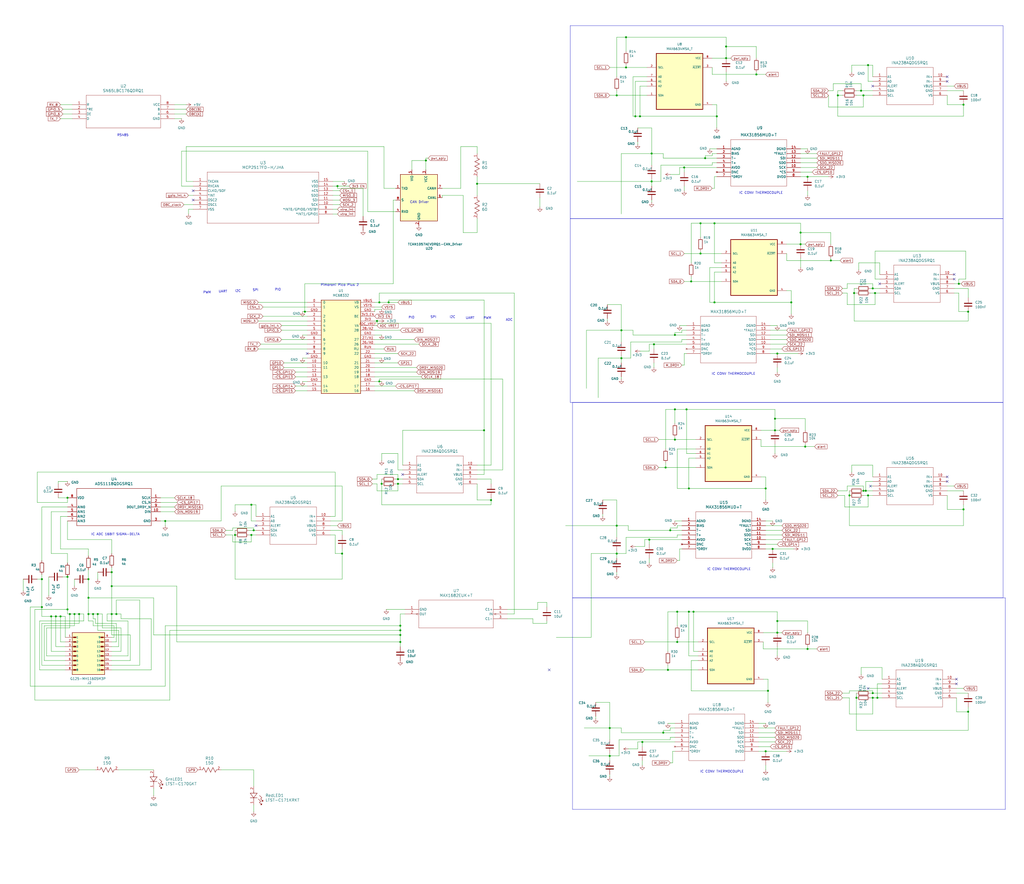
<source format=kicad_sch>
(kicad_sch (version 20250114) (generator "eeschema") (generator_version "9.0")
  (paper "User" 558.8 482.6)
  (title_block (title "HEDGE2 Avionics") (date "2025-06-27") (rev "V0.8") (company "University of Virginia") (comment 1 "Department of Mechanical and Aerospace Engineering"))
  (lib_symbols
    (symbol "150ohm:RMCF0805FT150R" (pin_names (offset 0.254))
      (property "Reference" "R" (at 5.715 3.81 0))
      (property "Value" "RMCF0805FT150R" (at 6.35 -3.81 0))
      (symbol "RMCF0805FT150R_1_1"
        (pin unspecified line (at 0 0 0) (length 2.54) (name "") (number "1"))
        (pin unspecified line (at 12.7 0 180) (length 2.54) (name "") (number "2"))
      )
      (symbol "RMCF0805FT150R_1_2"
        (pin unspecified line (at 0 12.7 270) (length 2.54) (name "") (number "1"))
        (pin unspecified line (at 0 0 90) (length 2.54) (name "") (number "2"))
      )
    )
    (symbol "60ohm:RMCF0805FT60R4" (pin_names (offset 0.254))
      (property "Reference" "R" (at 5.715 3.81 0))
      (property "Value" "RMCF0805FT60R4" (at 6.35 -3.81 0))
      (symbol "RMCF0805FT60R4_1_1"
        (pin unspecified line (at 0 0 0) (length 2.54) (name "") (number "1"))
        (pin unspecified line (at 12.7 0 180) (length 2.54) (name "") (number "2"))
      )
      (symbol "RMCF0805FT60R4_1_2"
        (pin unspecified line (at 0 12.7 270) (length 2.54) (name "") (number "1"))
        (pin unspecified line (at 0 0 90) (length 2.54) (name "") (number "2"))
      )
    )
    (symbol "ADS1118QDGSRQ1_5" (pin_names (offset 0.254))
      (property "Reference" "U" (at 0 2.54 0))
      (property "Value" "ADS1118QDGSRQ1" (at 0 0 0))
      (symbol "ADS1118QDGSRQ1_5_0_1"
        (pin power_in line (at -25.4 5.08 0) (length 5.08) (name "VDD") (number "8"))
        (pin input line (at -25.4 0 0) (length 5.08) (name "AIN0") (number "4"))
        (pin input line (at -25.4 -2.54 0) (length 5.08) (name "AIN1") (number "5"))
        (pin input line (at -25.4 -5.08 0) (length 5.08) (name "AIN2") (number "6"))
        (pin input line (at -25.4 -7.62 0) (length 5.08) (name "AIN3") (number "7"))
        (pin input line (at 25.4 5.08 180) (length 5.08) (name "SCLK") (number "1"))
        (pin input line (at 25.4 2.54 180) (length 5.08) (name "CS_N") (number "2"))
        (pin input line (at 25.4 -2.54 180) (length 5.08) (name "DIN") (number "10"))
        (pin power_in line (at 25.4 -7.62 180) (length 5.08) (name "GND") (number "3"))
      )
      (symbol "ADS1118QDGSRQ1_5_1_1"
        (pin open_collector line (at 25.4 0 180) (length 5.08) (name "DOUT_DRDY_N") (number "9"))
      )
    )
    (symbol "CPU_NXP_68000:MC68332" (pin_names (offset 1.016))
      (property "Reference" "U" (at -24.13 85.09 0))
      (property "Value" "MC68332" (at 21.336 85.09 0))
      (symbol "MC68332_1_1"
        (pin input line (at -33.02 -7.62 0) (length 7.62) (name "0") (number "0"))
        (pin input line (at -33.02 -10.16 0) (length 7.62) (name "1") (number "1"))
        (pin input line (at -33.02 -12.7 0) (length 7.62) (name "") (number "GND"))
        (pin input line (at -33.02 -15.24 0) (length 7.62) (name "2") (number "2"))
        (pin input line (at -33.02 -17.78 0) (length 7.62) (name "3") (number "3"))
        (pin input line (at -33.02 -20.32 0) (length 7.62) (name "4") (number "4"))
        (pin input line (at -33.02 -22.86 0) (length 7.62) (name "5") (number "5"))
        (pin input line (at -33.02 -25.4 0) (length 7.62) (name "") (number "GND"))
        (pin input line (at -33.02 -27.94 0) (length 7.62) (name "6") (number "6"))
        (pin input line (at -33.02 -30.48 0) (length 7.62) (name "7") (number "7"))
        (pin input line (at -33.02 -33.02 0) (length 7.62) (name "8") (number "8"))
        (pin input line (at -33.02 -35.56 0) (length 7.62) (name "9") (number "9"))
        (pin input line (at -33.02 -38.1 0) (length 7.62) (name "") (number "GND"))
        (pin input line (at -33.02 -40.64 0) (length 7.62) (name "10") (number "10"))
        (pin input line (at -33.02 -43.18 0) (length 7.62) (name "11") (number "11"))
        (pin input line (at -33.02 -45.72 0) (length 7.62) (name "") (number "12"))
        (pin input line (at -33.02 -48.26 0) (length 7.62) (name "13") (number "13"))
        (pin input line (at -33.02 -50.8 0) (length 7.62) (name "") (number "GND"))
        (pin input line (at -33.02 -53.34 0) (length 7.62) (name "14") (number "14"))
        (pin input line (at -33.02 -55.88 0) (length 7.62) (name "15") (number "15"))
        (pin input line (at 3.81 -7.62 180) (length 7.62) (name "VB") (number "VBUS"))
        (pin input line (at 3.81 -10.16 180) (length 7.62) (name "VS") (number "VSYS"))
        (pin input line (at 3.81 -12.7 180) (length 7.62) (name "") (number "GND"))
        (pin input line (at 3.81 -15.24 180) (length 7.62) (name "BE") (number "3V3_EN"))
        (pin input line (at 3.81 -17.78 180) (length 7.62) (name "") (number "3V3"))
        (pin input line (at 3.81 -20.32 180) (length 7.62) (name "VA") (number "ADC_VREF"))
        (pin input line (at 3.81 -22.86 180) (length 7.62) (name "28") (number "28/A2"))
        (pin input line (at 3.81 -25.4 180) (length 7.62) (name "") (number "GND"))
        (pin input line (at 3.81 -27.94 180) (length 7.62) (name "27") (number "27/A1"))
        (pin input line (at 3.81 -30.48 180) (length 7.62) (name "26") (number "26/A0"))
        (pin input line (at 3.81 -33.02 180) (length 7.62) (name "RU") (number "RUN"))
        (pin input line (at 3.81 -35.56 180) (length 7.62) (name "22") (number "22"))
        (pin input line (at 3.81 -38.1 180) (length 7.62) (name "") (number "GND"))
        (pin input line (at 3.81 -40.64 180) (length 7.62) (name "21") (number "21"))
        (pin input line (at 3.81 -43.18 180) (length 7.62) (name "20") (number "20"))
        (pin input line (at 3.81 -45.72 180) (length 7.62) (name "19") (number "19"))
        (pin input line (at 3.81 -48.26 180) (length 7.62) (name "18") (number "18"))
        (pin input line (at 3.81 -50.8 180) (length 7.62) (name "") (number "GND"))
        (pin input line (at 3.81 -53.34 180) (length 7.62) (name "17") (number "17"))
        (pin input line (at 3.81 -55.88 180) (length 7.62) (name "16") (number "16"))
      )
    )
    (symbol "Device:C" (pin_numbers (hide yes)) (pin_names (offset 0.254))
      (property "Reference" "C" (at 0.635 2.54 0))
      (property "Value" "C" (at 0.635 -2.54 0))
      (symbol "C_1_1"
        (pin passive line (at 0 3.81 270) (length 2.794) (name "~") (number "1"))
        (pin passive line (at 0 -3.81 90) (length 2.794) (name "~") (number "2"))
      )
    )
    (symbol "Device:R" (pin_numbers (hide yes)) (pin_names (offset 0))
      (property "Reference" "R" (at 2.032 0 90))
      (property "Value" "R" (at 0 0 90))
      (symbol "R_1_1"
        (pin passive line (at 0 3.81 270) (length 1.27) (name "~") (number "1"))
        (pin passive line (at 0 -3.81 90) (length 1.27) (name "~") (number "2"))
      )
    )
    (symbol "G125-MH11605M3P - CONN HDR:G125-MH11605M3P" (pin_names (offset 1.016))
      (property "Reference" "J" (at -7.62 10.922 0))
      (property "Value" "G125-MH11605M3P" (at -7.62 -15.24 0))
      (symbol "G125-MH11605M3P_0_0"
        (pin passive line (at -12.7 7.62 0) (length 5.08) (name "1") (number "1"))
        (pin passive line (at -12.7 5.08 0) (length 5.08) (name "2") (number "2"))
        (pin passive line (at -12.7 2.54 0) (length 5.08) (name "3") (number "3"))
        (pin passive line (at -12.7 0 0) (length 5.08) (name "4") (number "4"))
        (pin passive line (at -12.7 -2.54 0) (length 5.08) (name "5") (number "5"))
        (pin passive line (at -12.7 -5.08 0) (length 5.08) (name "6") (number "6"))
        (pin passive line (at -12.7 -7.62 0) (length 5.08) (name "7") (number "7"))
        (pin passive line (at -12.7 -10.16 0) (length 5.08) (name "8") (number "8"))
        (pin passive line (at 12.7 7.62 180) (length 5.08) (name "9") (number "9"))
        (pin passive line (at 12.7 5.08 180) (length 5.08) (name "10") (number "10"))
        (pin passive line (at 12.7 2.54 180) (length 5.08) (name "11") (number "11"))
        (pin passive line (at 12.7 0 180) (length 5.08) (name "12") (number "12"))
        (pin passive line (at 12.7 -2.54 180) (length 5.08) (name "13") (number "13"))
        (pin passive line (at 12.7 -5.08 180) (length 5.08) (name "14") (number "14"))
        (pin passive line (at 12.7 -7.62 180) (length 5.08) (name "15") (number "15"))
        (pin passive line (at 12.7 -10.16 180) (length 5.08) (name "16") (number "16"))
      )
    )
    (symbol "INA238AQDGSRQ1 - IC PWR MONITOR:INA238AQDGSRQ1" (pin_names (offset 0.254))
      (property "Reference" "U" (at 20.32 10.16 0))
      (property "Value" "INA238AQDGSRQ1" (at 20.32 7.62 0))
      (symbol "INA238AQDGSRQ1_0_1"
        (pin input line (at 0 0 0) (length 7.62) (name "A1") (number "1"))
        (pin input line (at 0 -2.54 0) (length 7.62) (name "A0") (number "2"))
        (pin output line (at 0 -5.08 0) (length 7.62) (name "ALERT") (number "3"))
        (pin bidirectional line (at 0 -7.62 0) (length 7.62) (name "SDA") (number "4"))
        (pin input line (at 0 -10.16 0) (length 7.62) (name "SCL") (number "5"))
        (pin input line (at 40.64 0 180) (length 7.62) (name "IN+") (number "10"))
        (pin input line (at 40.64 -2.54 180) (length 7.62) (name "IN-") (number "9"))
        (pin input line (at 40.64 -5.08 180) (length 7.62) (name "VBUS") (number "8"))
        (pin power_out line (at 40.64 -7.62 180) (length 7.62) (name "GND") (number "7"))
        (pin power_in line (at 40.64 -10.16 180) (length 7.62) (name "VS") (number "6"))
      )
    )
    (symbol "INA238AQDGSRQ1_1" (pin_names (offset 0.254))
      (property "Reference" "U" (at 20.32 10.16 0))
      (property "Value" "INA238AQDGSRQ1" (at 20.32 7.62 0))
      (symbol "INA238AQDGSRQ1_1_0_1"
        (pin input line (at 0 0 0) (length 7.62) (name "A1") (number "1"))
        (pin input line (at 0 -2.54 0) (length 7.62) (name "A0") (number "2"))
        (pin output line (at 0 -5.08 0) (length 7.62) (name "ALERT") (number "3"))
        (pin bidirectional line (at 0 -7.62 0) (length 7.62) (name "SDA") (number "4"))
        (pin input line (at 0 -10.16 0) (length 7.62) (name "SCL") (number "5"))
        (pin input line (at 40.64 0 180) (length 7.62) (name "IN+") (number "10"))
        (pin input line (at 40.64 -2.54 180) (length 7.62) (name "IN-") (number "9"))
        (pin input line (at 40.64 -5.08 180) (length 7.62) (name "VBUS") (number "8"))
        (pin power_in line (at 40.64 -10.16 180) (length 7.62) (name "VS") (number "6"))
      )
      (symbol "INA238AQDGSRQ1_1_1_1"
        (pin passive line (at 40.64 -7.62 180) (length 7.62) (name "GND") (number "7"))
      )
    )
    (symbol "INA238AQDGSRQ1_2" (pin_names (offset 0.254))
      (property "Reference" "U" (at 20.32 10.16 0))
      (property "Value" "INA238AQDGSRQ1" (at 20.32 7.62 0))
      (symbol "INA238AQDGSRQ1_2_0_1"
        (pin input line (at 0 0 0) (length 7.62) (name "A1") (number "1"))
        (pin input line (at 0 -2.54 0) (length 7.62) (name "A0") (number "2"))
        (pin output line (at 0 -5.08 0) (length 7.62) (name "ALERT") (number "3"))
        (pin bidirectional line (at 0 -7.62 0) (length 7.62) (name "SDA") (number "4"))
        (pin input line (at 0 -10.16 0) (length 7.62) (name "SCL") (number "5"))
        (pin input line (at 40.64 0 180) (length 7.62) (name "IN+") (number "10"))
        (pin input line (at 40.64 -2.54 180) (length 7.62) (name "IN-") (number "9"))
        (pin input line (at 40.64 -5.08 180) (length 7.62) (name "VBUS") (number "8"))
        (pin power_in line (at 40.64 -10.16 180) (length 7.62) (name "VS") (number "6"))
      )
      (symbol "INA238AQDGSRQ1_2_1_1"
        (pin passive line (at 40.64 -7.62 180) (length 7.62) (name "GND") (number "7"))
      )
    )
    (symbol "INA238AQDGSRQ1_3" (pin_names (offset 0.254))
      (property "Reference" "U" (at 20.32 10.16 0))
      (property "Value" "INA238AQDGSRQ1" (at 20.32 7.62 0))
      (symbol "INA238AQDGSRQ1_3_0_1"
        (pin input line (at 0 0 0) (length 7.62) (name "A1") (number "1"))
        (pin input line (at 0 -2.54 0) (length 7.62) (name "A0") (number "2"))
        (pin output line (at 0 -5.08 0) (length 7.62) (name "ALERT") (number "3"))
        (pin bidirectional line (at 0 -7.62 0) (length 7.62) (name "SDA") (number "4"))
        (pin input line (at 0 -10.16 0) (length 7.62) (name "SCL") (number "5"))
        (pin input line (at 40.64 0 180) (length 7.62) (name "IN+") (number "10"))
        (pin input line (at 40.64 -2.54 180) (length 7.62) (name "IN-") (number "9"))
        (pin input line (at 40.64 -5.08 180) (length 7.62) (name "VBUS") (number "8"))
        (pin power_in line (at 40.64 -10.16 180) (length 7.62) (name "VS") (number "6"))
      )
      (symbol "INA238AQDGSRQ1_3_1_1"
        (pin passive line (at 40.64 -7.62 180) (length 7.62) (name "GND") (number "7"))
      )
    )
    (symbol "INA238AQDGSRQ1_4" (pin_names (offset 0.254))
      (property "Reference" "U" (at 20.32 10.16 0))
      (property "Value" "INA238AQDGSRQ1" (at 20.32 7.62 0))
      (symbol "INA238AQDGSRQ1_4_0_1"
        (pin input line (at 0 0 0) (length 7.62) (name "A1") (number "1"))
        (pin input line (at 0 -2.54 0) (length 7.62) (name "A0") (number "2"))
        (pin output line (at 0 -5.08 0) (length 7.62) (name "ALERT") (number "3"))
        (pin bidirectional line (at 0 -7.62 0) (length 7.62) (name "SDA") (number "4"))
        (pin input line (at 0 -10.16 0) (length 7.62) (name "SCL") (number "5"))
        (pin input line (at 40.64 0 180) (length 7.62) (name "IN+") (number "10"))
        (pin input line (at 40.64 -2.54 180) (length 7.62) (name "IN-") (number "9"))
        (pin input line (at 40.64 -5.08 180) (length 7.62) (name "VBUS") (number "8"))
        (pin power_in line (at 40.64 -10.16 180) (length 7.62) (name "VS") (number "6"))
      )
      (symbol "INA238AQDGSRQ1_4_1_1"
        (pin passive line (at 40.64 -7.62 180) (length 7.62) (name "GND") (number "7"))
      )
    )
    (symbol "Interface_CAN_LIN:TCAN1043xDxQ1"
      (property "Reference" "U" (at 12.7 8.89 0))
      (property "Value" "TCAN1043xDxQ1" (at 30.988 10.414 0))
      (symbol "TCAN1043xDxQ1_1_1"
        (pin input line (at 10.16 0 0) (length 2.54) (name "TXD") (number "1"))
        (pin input line (at 10.16 -6.35 0) (length 2.54) (name "S") (number "8"))
        (pin output line (at 10.16 -12.7 0) (length 2.54) (name "RXD") (number "4"))
        (pin power_in line (at 19.05 10.16 270) (length 2.54) (name "VIO") (number "5"))
        (pin power_in line (at 22.86 -20.32 90) (length 2.54) (name "GND") (number "2"))
        (pin power_in line (at 26.67 10.16 270) (length 2.54) (name "VCC") (number "3"))
        (pin no_connect line (at 33.02 -15.24 180) (length 2.54) (hide yes) (name "NC") (number "11"))
        (pin bidirectional line (at 35.56 0 180) (length 2.54) (name "CANH") (number "7"))
        (pin bidirectional line (at 35.56 -5.08 180) (length 2.54) (name "CANL") (number "6"))
      )
    )
    (symbol "LTST-C170GKT - LED GREEN:LTST-C170GKT" (pin_names (offset 0.254))
      (property "Reference" "LED" (at 5.08 -4.445 0))
      (property "Value" "LTST-C170GKT" (at 5.08 -7.62 0))
      (symbol "LTST-C170GKT_1_1"
        (pin unspecified line (at 0 0 0) (length 2.54) (name "") (number "2"))
        (pin unspecified line (at 10.16 0 180) (length 2.54) (name "") (number "1"))
      )
      (symbol "LTST-C170GKT_1_2"
        (pin unspecified line (at 0 10.16 270) (length 2.54) (name "") (number "1"))
        (pin unspecified line (at 0 0 90) (length 2.54) (name "") (number "2"))
      )
    )
    (symbol "LTST-C171KRKT - LED RED:LTST-C171KRKT" (pin_names (offset 0.254))
      (property "Reference" "LED" (at 5.08 -4.445 0))
      (property "Value" "LTST-C171KRKT" (at 5.08 -7.62 0))
      (symbol "LTST-C171KRKT_1_1"
        (pin unspecified line (at 0 0 0) (length 2.54) (name "") (number "2"))
        (pin unspecified line (at 10.16 0 180) (length 2.54) (name "") (number "1"))
      )
      (symbol "LTST-C171KRKT_1_2"
        (pin unspecified line (at 0 10.16 270) (length 2.54) (name "") (number "1"))
        (pin unspecified line (at 0 0 90) (length 2.54) (name "") (number "2"))
      )
    )
    (symbol "MAX1682EUK+T_2" (pin_names (offset 0.254))
      (property "Reference" "U" (at 27.94 10.16 0))
      (property "Value" "MAX1682EUK+T" (at 27.94 7.62 0))
      (symbol "MAX1682EUK+T_2_0_1"
        (pin output line (at 0 -2.54 0) (length 7.62) (name "OUT") (number "2"))
        (pin unspecified line (at 55.88 0 180) (length 7.62) (name "C1+") (number "5"))
        (pin input line (at 55.88 -2.54 180) (length 7.62) (name "IN") (number "4"))
        (pin unspecified line (at 55.88 -5.08 180) (length 7.62) (name "C1-") (number "3"))
      )
      (symbol "MAX1682EUK+T_2_1_1"
        (pin passive line (at 0 0 0) (length 7.62) (name "GND") (number "1"))
      )
    )
    (symbol "MAX31856MUD+T_1" (pin_names (offset 0.254))
      (property "Reference" "U" (at 22.86 10.16 0))
      (property "Value" "MAX31856MUD+T" (at 22.86 7.62 0))
      (symbol "MAX31856MUD+T_1_0_1"
        (pin unspecified line (at 0 -2.54 0) (length 7.62) (name "BIAS") (number "2"))
        (pin unspecified line (at 0 -5.08 0) (length 7.62) (name "T-") (number "3"))
        (pin unspecified line (at 0 -7.62 0) (length 7.62) (name "T+") (number "4"))
        (pin power_in line (at 0 -10.16 0) (length 7.62) (name "AVDD") (number "5"))
        (pin no_connect line (at 0 -12.7 0) (length 7.62) (name "DNC") (number "6"))
        (pin unspecified line (at 0 -15.24 0) (length 7.62) (name "*DRDY") (number "7"))
        (pin unspecified line (at 45.72 -2.54 180) (length 7.62) (name "*FAULT") (number "13"))
        (pin unspecified line (at 45.72 -5.08 180) (length 7.62) (name "SDI") (number "12"))
        (pin unspecified line (at 45.72 -7.62 180) (length 7.62) (name "SDO") (number "11"))
        (pin unspecified line (at 45.72 -10.16 180) (length 7.62) (name "SCK") (number "10"))
        (pin unspecified line (at 45.72 -12.7 180) (length 7.62) (name "*CS") (number "9"))
        (pin power_in line (at 45.72 -15.24 180) (length 7.62) (name "DVDD") (number "8"))
      )
      (symbol "MAX31856MUD+T_1_1_1"
        (pin passive line (at 0 0 0) (length 7.62) (name "AGND") (number "1"))
        (pin passive line (at 45.72 0 180) (length 7.62) (name "DGND") (number "14"))
      )
    )
    (symbol "MAX31856MUD+T_2" (pin_names (offset 0.254))
      (property "Reference" "U" (at 22.86 10.16 0))
      (property "Value" "MAX31856MUD+T" (at 22.86 7.62 0))
      (symbol "MAX31856MUD+T_2_0_1"
        (pin unspecified line (at 0 -2.54 0) (length 7.62) (name "BIAS") (number "2"))
        (pin unspecified line (at 0 -5.08 0) (length 7.62) (name "T-") (number "3"))
        (pin unspecified line (at 0 -7.62 0) (length 7.62) (name "T+") (number "4"))
        (pin power_in line (at 0 -10.16 0) (length 7.62) (name "AVDD") (number "5"))
        (pin no_connect line (at 0 -12.7 0) (length 7.62) (name "DNC") (number "6"))
        (pin unspecified line (at 0 -15.24 0) (length 7.62) (name "*DRDY") (number "7"))
        (pin unspecified line (at 45.72 -2.54 180) (length 7.62) (name "*FAULT") (number "13"))
        (pin unspecified line (at 45.72 -5.08 180) (length 7.62) (name "SDI") (number "12"))
        (pin unspecified line (at 45.72 -7.62 180) (length 7.62) (name "SDO") (number "11"))
        (pin unspecified line (at 45.72 -10.16 180) (length 7.62) (name "SCK") (number "10"))
        (pin unspecified line (at 45.72 -12.7 180) (length 7.62) (name "*CS") (number "9"))
        (pin power_in line (at 45.72 -15.24 180) (length 7.62) (name "DVDD") (number "8"))
      )
      (symbol "MAX31856MUD+T_2_1_1"
        (pin passive line (at 0 0 0) (length 7.62) (name "AGND") (number "1"))
        (pin passive line (at 45.72 0 180) (length 7.62) (name "DGND") (number "14"))
      )
    )
    (symbol "MAX31856MUD+T_3" (pin_names (offset 0.254))
      (property "Reference" "U" (at 22.86 10.16 0))
      (property "Value" "MAX31856MUD+T" (at 22.86 7.62 0))
      (symbol "MAX31856MUD+T_3_0_1"
        (pin unspecified line (at 0 -2.54 0) (length 7.62) (name "BIAS") (number "2"))
        (pin unspecified line (at 0 -5.08 0) (length 7.62) (name "T-") (number "3"))
        (pin unspecified line (at 0 -7.62 0) (length 7.62) (name "T+") (number "4"))
        (pin power_in line (at 0 -10.16 0) (length 7.62) (name "AVDD") (number "5"))
        (pin no_connect line (at 0 -12.7 0) (length 7.62) (name "DNC") (number "6"))
        (pin unspecified line (at 0 -15.24 0) (length 7.62) (name "*DRDY") (number "7"))
        (pin unspecified line (at 45.72 -2.54 180) (length 7.62) (name "*FAULT") (number "13"))
        (pin unspecified line (at 45.72 -5.08 180) (length 7.62) (name "SDI") (number "12"))
        (pin unspecified line (at 45.72 -7.62 180) (length 7.62) (name "SDO") (number "11"))
        (pin unspecified line (at 45.72 -10.16 180) (length 7.62) (name "SCK") (number "10"))
        (pin unspecified line (at 45.72 -12.7 180) (length 7.62) (name "*CS") (number "9"))
        (pin power_in line (at 45.72 -15.24 180) (length 7.62) (name "DVDD") (number "8"))
      )
      (symbol "MAX31856MUD+T_3_1_1"
        (pin passive line (at 0 0 0) (length 7.62) (name "AGND") (number "1"))
        (pin passive line (at 45.72 0 180) (length 7.62) (name "DGND") (number "14"))
      )
    )
    (symbol "MAX31856MUD+T_4" (pin_names (offset 0.254))
      (property "Reference" "U" (at 22.86 10.16 0))
      (property "Value" "MAX31856MUD+T" (at 22.86 7.62 0))
      (symbol "MAX31856MUD+T_4_0_1"
        (pin unspecified line (at 0 -2.54 0) (length 7.62) (name "BIAS") (number "2"))
        (pin unspecified line (at 0 -5.08 0) (length 7.62) (name "T-") (number "3"))
        (pin unspecified line (at 0 -7.62 0) (length 7.62) (name "T+") (number "4"))
        (pin power_in line (at 0 -10.16 0) (length 7.62) (name "AVDD") (number "5"))
        (pin no_connect line (at 0 -12.7 0) (length 7.62) (name "DNC") (number "6"))
        (pin unspecified line (at 0 -15.24 0) (length 7.62) (name "*DRDY") (number "7"))
        (pin unspecified line (at 45.72 -2.54 180) (length 7.62) (name "*FAULT") (number "13"))
        (pin unspecified line (at 45.72 -5.08 180) (length 7.62) (name "SDI") (number "12"))
        (pin unspecified line (at 45.72 -7.62 180) (length 7.62) (name "SDO") (number "11"))
        (pin unspecified line (at 45.72 -10.16 180) (length 7.62) (name "SCK") (number "10"))
        (pin unspecified line (at 45.72 -12.7 180) (length 7.62) (name "*CS") (number "9"))
        (pin power_in line (at 45.72 -15.24 180) (length 7.62) (name "DVDD") (number "8"))
      )
      (symbol "MAX31856MUD+T_4_1_1"
        (pin passive line (at 0 0 0) (length 7.62) (name "AGND") (number "1"))
        (pin passive line (at 45.72 0 180) (length 7.62) (name "DGND") (number "14"))
      )
    )
    (symbol "MAX6634MSA+T - SENSOR DIGITAL:MAX6634MSA_T" (pin_names (offset 1.016))
      (property "Reference" "U" (at -12.7 16.24 0))
      (property "Value" "MAX6634MSA_T" (at -12.7 -19.24 0))
      (symbol "MAX6634MSA_T_0_0"
        (pin input line (at -17.78 7.62 0) (length 5.08) (name "SCL") (number "2"))
        (pin bidirectional line (at -17.78 2.54 0) (length 5.08) (name "A0") (number "7"))
        (pin bidirectional line (at -17.78 0 0) (length 5.08) (name "A1") (number "6"))
        (pin bidirectional line (at -17.78 -2.54 0) (length 5.08) (name "A2") (number "5"))
        (pin bidirectional line (at -17.78 -7.62 0) (length 5.08) (name "SDA") (number "1"))
        (pin power_in line (at 17.78 12.7 180) (length 5.08) (name "VCC") (number "8"))
        (pin output line (at 17.78 7.62 180) (length 5.08) (name "~{ALERT}") (number "3"))
        (pin power_in line (at 17.78 -12.7 180) (length 5.08) (name "GND") (number "4"))
      )
    )
    (symbol "MCP2517FD-H/JHA - IC CANBUS CONTROLLER:MCP2517FD-H_JHA" (pin_names (offset 0.254))
      (property "Reference" "U" (at 38.1 10.16 0))
      (property "Value" "MCP2517FD-H/JHA" (at 38.1 7.62 0))
      (symbol "MCP2517FD-H_JHA_0_1"
        (pin output line (at 0 0 0) (length 7.62) (name "TXCAN") (number "1"))
        (pin input line (at 0 -2.54 0) (length 7.62) (name "RXCAN") (number "2"))
        (pin output line (at 0 -5.08 0) (length 7.62) (name "CLKO/SOF") (number "3"))
        (pin output line (at 0 -7.62 0) (length 7.62) (name "*INT") (number "4"))
        (pin output line (at 0 -10.16 0) (length 7.62) (name "OSC2") (number "5"))
        (pin input line (at 0 -12.7 0) (length 7.62) (name "OSC1") (number "6"))
        (pin power_in line (at 76.2 -2.54 180) (length 7.62) (name "VDD") (number "14"))
        (pin input line (at 76.2 -5.08 180) (length 7.62) (name "nCS") (number "13"))
        (pin output line (at 76.2 -7.62 180) (length 7.62) (name "SDO") (number "12"))
        (pin input line (at 76.2 -10.16 180) (length 7.62) (name "SDI") (number "11"))
        (pin input line (at 76.2 -12.7 180) (length 7.62) (name "SCK") (number "10"))
        (pin bidirectional line (at 76.2 -15.24 180) (length 7.62) (name "*INT0/GPIO0/XSTBY") (number "9"))
        (pin bidirectional line (at 76.2 -17.78 180) (length 7.62) (name "*INT1/GPIO1") (number "8"))
      )
      (symbol "MCP2517FD-H_JHA_1_1"
        (pin passive line (at 0 -15.24 0) (length 7.62) (name "VSS") (number "7"))
        (pin passive line (at 76.2 0 180) (length 7.62) (name "VSS") (number "15"))
      )
    )
    (symbol "SN65LBC176QDRQ- IC TRANSCEIVER:SN65LBC176QDRQ1" (pin_names (offset 0.254))
      (property "Reference" "U" (at 27.94 10.16 0))
      (property "Value" "SN65LBC176QDRQ1" (at 27.94 7.62 0))
      (symbol "SN65LBC176QDRQ1_0_1"
        (pin output line (at 0 0 0) (length 7.62) (name "R") (number "1"))
        (pin unspecified line (at 0 -2.54 0) (length 7.62) (name "*RE") (number "2"))
        (pin unspecified line (at 0 -5.08 0) (length 7.62) (name "DE") (number "3"))
        (pin input line (at 0 -7.62 0) (length 7.62) (name "D") (number "4"))
        (pin power_in line (at 55.88 0 180) (length 7.62) (name "VCC") (number "8"))
        (pin output line (at 55.88 -2.54 180) (length 7.62) (name "B") (number "7"))
        (pin output line (at 55.88 -5.08 180) (length 7.62) (name "A") (number "6"))
        (pin power_in line (at 55.88 -7.62 180) (length 7.62) (name "GND") (number "5"))
      )
    )
    (symbol "power:+3V3" (power) (pin_numbers (hide yes)) (pin_names (offset 0) (hide yes))
      (property "Value" "+3V3" (at 0 3.556 0))
      (symbol "+3V3_1_1"
        (pin power_in line (at 0 0 90) (length 0) (name "~") (number "1"))
      )
    )
    (symbol "power:+5V" (power) (pin_numbers (hide yes)) (pin_names (offset 0) (hide yes))
      (property "Value" "+5V" (at 0 3.556 0))
      (symbol "+5V_1_1"
        (pin power_in line (at 0 0 90) (length 0) (name "~") (number "1"))
      )
    )
    (symbol "power:GND" (power) (pin_numbers (hide yes)) (pin_names (offset 0) (hide yes))
      (property "Value" "GND" (at 0 -3.81 0))
      (symbol "GND_1_1"
        (pin power_in line (at 0 0 270) (length 0) (name "~") (number "1"))
      )
    )
  )
  (rectangle (start 312.42 326.39) (end 548.64 441.96))
  (rectangle (start 311.15 13.97) (end 547.37 119.38))
  (rectangle (start 312.42 219.71) (end 547.37 326.39))
  (rectangle (start 311.15 119.38) (end 547.37 219.71))
  (text "RS485\n" (at 67.056 73.914 0) (effects (font (size 1.27 1.27))))
  (text "CAN Driver\n" (at 228.854 110.49 0) (effects (font (size 1.27 1.27))))
  (text "UART\n" (at 256.54 173.736 0) (effects (font (size 1.27 1.27))))
  (text "Pimoroni Pico Plus 2" (at 185.42 155.702 0) (effects (font (size 1.27 1.27))))
  (text "I2C\n" (at 129.794 159.004 0) (effects (font (size 1.27 1.27))))
  (text "I2C\n" (at 246.888 173.228 0) (effects (font (size 1.27 1.27))))
  (text "ADC\n" (at 277.876 174.752 0) (effects (font (size 1.27 1.27))))
  (text "	\nIC CONV THERMOCOUPLE" (at 415.29 104.394 0) (effects (font (size 1.27 1.27))))
  (text "PWM\n" (at 265.938 173.736 0) (effects (font (size 1.27 1.27))))
  (text "	\nIC CONV THERMOCOUPLE" (at 400.304 203.2 0) (effects (font (size 1.27 1.27))))
  (text "PIO\n" (at 151.638 158.242 0) (effects (font (size 1.27 1.27))))
  (text "PIO\n" (at 224.536 173.482 0) (effects (font (size 1.27 1.27))))
  (text "SPI\n" (at 236.474 173.228 0) (effects (font (size 1.27 1.27))))
  (text "	\nIC CONV THERMOCOUPLE" (at 393.954 420.37 0) (effects (font (size 1.27 1.27))))
  (text "UART\n" (at 121.666 159.258 0) (effects (font (size 1.27 1.27))))
  (text "SPI\n" (at 139.446 158.496 0) (effects (font (size 1.27 1.27))))
  (text "	\nIC CONV THERMOCOUPLE" (at 397.764 309.88 0) (effects (font (size 1.27 1.27))))
  (text "PWM\n" (at 113.03 159.766 0) (effects (font (size 1.27 1.27))))
  (text "	\nIC ADC 16BIT SIGMA-DELTA" (at 62.992 290.83 0) (effects (font (size 1.27 1.27))))
  (junction (at 389.89 121.92))
  (junction (at 205.74 175.26))
  (junction (at 471.17 52.07))
  (junction (at 375.92 266.7))
  (junction (at 463.55 270.51))
  (junction (at 33.02 336.55))
  (junction (at 218.44 346.71))
  (junction (at 471.17 267.97))
  (junction (at 417.83 266.7))
  (junction (at 396.24 25.4))
  (junction (at 440.69 354.33))
  (junction (at 332.74 397.51))
  (junction (at 339.09 180.34))
  (junction (at 382.27 121.92))
  (junction (at 217.17 261.62))
  (junction (at 382.27 138.43))
  (junction (at 417.83 410.21))
  (junction (at 356.87 187.96))
  (junction (at 364.49 365.76))
  (junction (at 523.24 154.94))
  (junction (at 27.94 336.55))
  (junction (at 412.75 40.64))
  (junction (at 368.3 182.88))
  (junction (at 336.55 52.07))
  (junction (at 53.34 335.28))
  (junction (at 354.33 294.64))
  (junction (at 478.79 381))
  (junction (at 528.32 388.62))
  (junction (at 422.91 234.95))
  (junction (at 260.35 100.33))
  (junction (at 184.15 101.6))
  (junction (at 477.52 160.02))
  (junction (at 424.18 339.09))
  (junction (at 60.96 335.28))
  (junction (at 368.3 240.03))
  (junction (at 355.6 99.06))
  (junction (at 346.71 63.5))
  (junction (at 208.28 264.16))
  (junction (at 355.6 83.82))
  (junction (at 436.88 127))
  (junction (at 419.1 377.19))
  (junction (at 341.63 36.83))
  (junction (at 369.57 350.52))
  (junction (at 22.86 316.23))
  (junction (at 472.44 267.97))
  (junction (at 350.52 405.13))
  (junction (at 473.71 270.51))
  (junction (at 60.96 320.04))
  (junction (at 137.16 292.1))
  (junction (at 424.18 193.04))
  (junction (at 436.88 133.35))
  (junction (at 369.57 334.01))
  (junction (at 38.1 335.28))
  (junction (at 453.39 142.24))
  (junction (at 48.26 326.39))
  (junction (at 476.25 381))
  (junction (at 365.76 289.56))
  (junction (at 128.27 292.1))
  (junction (at 336.55 302.26))
  (junction (at 22.86 331.47))
  (junction (at 424.18 345.44))
  (junction (at 349.25 63.5))
  (junction (at 332.74 412.75))
  (junction (at 207.01 208.28))
  (junction (at 60.96 312.42))
  (junction (at 186.69 302.26))
  (junction (at 439.42 243.84))
  (junction (at 341.63 20.32))
  (junction (at 218.44 341.63))
  (junction (at 43.18 335.28))
  (junction (at 207.01 165.1))
  (junction (at 361.95 400.05))
  (junction (at 374.65 223.52))
  (junction (at 50.8 335.28))
  (junction (at 377.19 153.67))
  (junction (at 476.25 157.48))
  (junction (at 373.38 91.44))
  (junction (at 30.48 336.55))
  (junction (at 396.24 31.75))
  (junction (at 467.36 381))
  (junction (at 421.64 299.72))
  (junction (at 166.37 170.18))
  (junction (at 217.17 264.16))
  (junction (at 212.09 165.1))
  (junction (at 48.26 335.28))
  (junction (at 431.8 165.1))
  (junction (at 378.46 334.01))
  (junction (at 422.91 228.6))
  (junction (at 389.89 165.1))
  (junction (at 336.55 287.02))
  (junction (at 440.69 96.52))
  (junction (at 90.17 284.48))
  (junction (at 525.78 57.15))
  (junction (at 232.41 87.63))
  (junction (at 36.83 332.74))
  (junction (at 525.78 278.13))
  (junction (at 138.43 289.56))
  (junction (at 466.09 160.02))
  (junction (at 36.83 271.78))
  (junction (at 528.32 170.18))
  (junction (at 457.2 52.07))
  (junction (at 264.16 234.95))
  (junction (at 339.09 195.58))
  (junction (at 137.16 275.59))
  (junction (at 391.16 63.5))
  (junction (at 63.5 335.28))
  (junction (at 40.64 335.28))
  (junction (at 473.71 35.56))
  (junction (at 476.25 378.46))
  (junction (at 384.81 86.36))
  (junction (at 375.92 334.01))
  (junction (at 48.26 316.23))
  (junction (at 363.22 255.27))
  (junction (at 368.3 223.52))
  (junction (at 36.83 314.96))
  (junction (at 218.44 350.52))
  (junction (at 218.44 344.17))
  (junction (at 469.9 49.53))
  (junction (at 267.97 273.05))
  (no_connect (at 299.72 365.76))
  (no_connect (at 476.25 46.99))
  (no_connect (at 105.41 109.22))
  (no_connect (at 521.97 373.38))
  (no_connect (at 139.7 287.02))
  (no_connect (at 521.97 370.84))
  (no_connect (at 219.71 259.08))
  (no_connect (at 167.64 193.04))
  (no_connect (at 480.06 154.94))
  (no_connect (at 520.7 149.86))
  (no_connect (at 516.89 41.91))
  (no_connect (at 516.89 260.35))
  (no_connect (at 473.71 375.92))
  (no_connect (at 516.89 44.45))
  (no_connect (at 105.41 104.14))
  (no_connect (at 516.89 262.89))
  (no_connect (at 520.7 152.4))
  (no_connect (at 474.98 265.43))
  (wire (pts (xy 344.17 186.69) (xy 372.11 186.69)))
  (wire (pts (xy 182.88 302.26) (xy 186.69 302.26)))
  (wire (pts (xy 204.47 182.88) (xy 208.28 182.88)))
  (wire (pts (xy 139.7 281.94) (xy 139.7 275.59)))
  (wire (pts (xy 355.6 69.85) (xy 355.6 83.82)))
  (wire (pts (xy 342.9 287.02) (xy 342.9 289.56)))
  (wire (pts (xy 40.64 335.28) (xy 40.64 341.63)))
  (wire (pts (xy 469.9 364.49) (xy 481.33 364.49)))
  (wire (pts (xy 321.31 412.75) (xy 332.74 412.75)))
  (wire (pts (xy 332.74 383.54) (xy 332.74 397.51)))
  (wire (pts (xy 414.02 394.97) (xy 417.83 394.97)))
  (wire (pts (xy 347.98 69.85) (xy 355.6 69.85)))
  (wire (pts (xy 372.11 299.72) (xy 370.84 299.72)))
  (wire (pts (xy 361.95 400.05) (xy 368.3 400.05)))
  (wire (pts (xy 260.35 96.52) (xy 260.35 100.33)))
  (wire (pts (xy 389.89 143.51) (xy 389.89 121.92)))
  (wire (pts (xy 369.57 293.37) (xy 369.57 292.1)))
  (wire (pts (xy 372.11 287.02) (xy 369.57 287.02)))
  (wire (pts (xy 415.29 243.84) (xy 415.29 240.03)))
  (wire (pts (xy 92.71 382.27) (xy 19.05 382.27)))
  (wire (pts (xy 220.98 335.28) (xy 218.44 335.28)))
  (wire (pts (xy 33.02 350.52) (xy 35.56 350.52)))
  (wire (pts (xy 43.18 340.36) (xy 22.86 340.36)))
  (wire (pts (xy 367.03 410.21) (xy 367.03 416.56)))
  (wire (pts (xy 471.17 270.51) (xy 473.71 270.51)))
  (wire (pts (xy 417.83 410.21) (xy 429.26 410.21)))
  (wire (pts (xy 138.43 420.37) (xy 138.43 429.26)))
  (wire (pts (xy 186.69 302.26) (xy 186.69 316.23)))
  (wire (pts (xy 375.92 266.7) (xy 417.83 266.7)))
  (wire (pts (xy 36.83 332.74) (xy 36.83 335.28)))
  (wire (pts (xy 337.82 403.86) (xy 365.76 403.86)))
  (wire (pts (xy 436.88 121.92) (xy 436.88 127)))
  (wire (pts (xy 369.57 334.01) (xy 369.57 341.63)))
  (wire (pts (xy 181.61 116.84) (xy 184.15 116.84)))
  (wire (pts (xy 368.3 238.76) (xy 368.3 240.03)))
  (wire (pts (xy 205.74 176.53) (xy 267.97 176.53)))
  (wire (pts (xy 60.96 312.42) (xy 60.96 320.04)))
  (wire (pts (xy 414.02 410.21) (xy 417.83 410.21)))
  (wire (pts (xy 351.79 365.76) (xy 364.49 365.76)))
  (wire (pts (xy 368.3 410.21) (xy 367.03 410.21)))
  (wire (pts (xy 473.71 35.56) (xy 464.82 35.56)))
  (wire (pts (xy 260.35 83.82) (xy 260.35 80.01)))
  (wire (pts (xy 516.89 46.99) (xy 520.7 46.99)))
  (wire (pts (xy 391.16 63.5) (xy 391.16 57.15)))
  (wire (pts (xy 388.62 90.17) (xy 388.62 88.9)))
  (wire (pts (xy 48.26 339.09) (xy 50.8 339.09)))
  (wire (pts (xy 523.24 170.18) (xy 528.32 170.18)))
  (wire (pts (xy 431.8 165.1) (xy 431.8 171.45)))
  (wire (pts (xy 469.9 45.72) (xy 469.9 49.53)))
  (wire (pts (xy 101.6 57.15) (xy 95.25 57.15)))
  (wire (pts (xy 38.1 342.9) (xy 25.4 342.9)))
  (wire (pts (xy 66.04 335.28) (xy 66.04 337.82)))
  (wire (pts (xy 417.83 289.56) (xy 426.72 289.56)))
  (wire (pts (xy 332.74 412.75) (xy 332.74 411.48)))
  (wire (pts (xy 459.74 157.48) (xy 462.28 157.48)))
  (wire (pts (xy 424.18 334.01) (xy 424.18 339.09)))
  (wire (pts (xy 424.18 339.09) (xy 440.69 339.09)))
  (wire (pts (xy 463.55 270.51) (xy 463.55 287.02)))
  (wire (pts (xy 481.33 373.38) (xy 478.79 373.38)))
  (wire (pts (xy 87.63 279.4) (xy 95.25 279.4)))
  (wire (pts (xy 473.71 375.92) (xy 481.33 375.92)))
  (wire (pts (xy 203.2 264.16) (xy 205.74 264.16)))
  (wire (pts (xy 33.02 57.15) (xy 39.37 57.15)))
  (wire (pts (xy 22.86 313.69) (xy 22.86 316.23)))
  (wire (pts (xy 205.74 259.08) (xy 217.17 259.08)))
  (wire (pts (xy 143.51 167.64) (xy 167.64 167.64)))
  (wire (pts (xy 33.02 299.72) (xy 33.02 281.94)))
  (wire (pts (xy 387.35 165.1) (xy 389.89 165.1)))
  (wire (pts (xy 127 288.29) (xy 138.43 288.29)))
  (wire (pts (xy 391.16 57.15) (xy 388.62 57.15)))
  (wire (pts (xy 182.88 292.1) (xy 182.88 302.26)))
  (wire (pts (xy 359.41 255.27) (xy 363.22 255.27)))
  (wire (pts (xy 38.1 335.28) (xy 40.64 335.28)))
  (wire (pts (xy 102.87 114.3) (xy 102.87 116.84)))
  (wire (pts (xy 60.96 335.28) (xy 60.96 346.71)))
  (wire (pts (xy 361.95 86.36) (xy 384.81 86.36)))
  (wire (pts (xy 388.62 102.87) (xy 389.89 102.87)))
  (wire (pts (xy 377.19 377.19) (xy 419.1 377.19)))
  (wire (pts (xy 471.17 52.07) (xy 476.25 52.07)))
  (wire (pts (xy 355.6 99.06) (xy 355.6 101.6)))
  (wire (pts (xy 332.74 397.51) (xy 332.74 403.86)))
  (wire (pts (xy 22.86 276.86) (xy 22.86 306.07)))
  (wire (pts (xy 339.09 116.84) (xy 339.09 83.82)))
  (wire (pts (xy 463.55 377.19) (xy 476.25 377.19)))
  (wire (pts (xy 180.34 292.1) (xy 182.88 292.1)))
  (wire (pts (xy 90.17 284.48) (xy 120.65 284.48)))
  (wire (pts (xy 347.98 77.47) (xy 347.98 78.74)))
  (wire (pts (xy 476.25 260.35) (xy 476.25 254)))
  (wire (pts (xy 453.39 142.24) (xy 429.26 142.24)))
  (wire (pts (xy 368.3 397.51) (xy 365.76 397.51)))
  (wire (pts (xy 523.24 152.4) (xy 523.24 154.94)))
  (wire (pts (xy 218.44 346.71) (xy 218.44 350.52)))
  (wire (pts (xy 467.36 157.48) (xy 466.09 157.48)))
  (wire (pts (xy 53.34 312.42) (xy 53.34 316.23)))
  (wire (pts (xy 377.19 153.67) (xy 393.7 153.67)))
  (wire (pts (xy 43.18 420.37) (xy 52.07 420.37)))
  (wire (pts (xy 520.7 154.94) (xy 523.24 154.94)))
  (wire (pts (xy 341.63 36.83) (xy 353.06 36.83)))
  (wire (pts (xy 71.12 360.68) (xy 60.96 360.68)))
  (wire (pts (xy 476.25 41.91) (xy 476.25 35.56)))
  (wire (pts (xy 452.12 49.53) (xy 454.66 49.53)))
  (wire (pts (xy 365.76 403.86) (xy 365.76 402.59)))
  (wire (pts (xy 280.67 160.02) (xy 207.01 160.02)))
  (wire (pts (xy 290.83 337.82) (xy 290.83 340.36)))
  (wire (pts (xy 12.7 322.58) (xy 12.7 316.23)))
  (wire (pts (xy 260.35 264.16) (xy 260.35 273.05)))
  (wire (pts (xy 377.19 360.68) (xy 377.19 377.19)))
  (wire (pts (xy 369.57 350.52) (xy 381 350.52)))
  (wire (pts (xy 224.79 92.71) (xy 224.79 87.63)))
  (wire (pts (xy 372.11 199.39) (xy 373.38 199.39)))
  (wire (pts (xy 50.8 337.82) (xy 52.07 337.82)))
  (wire (pts (xy 378.46 334.01) (xy 424.18 334.01)))
  (wire (pts (xy 382.27 137.16) (xy 382.27 138.43)))
  (wire (pts (xy 377.19 151.13) (xy 377.19 153.67)))
  (wire (pts (xy 154.94 198.12) (xy 167.64 198.12)))
  (wire (pts (xy 181.61 114.3) (xy 184.15 114.3)))
  (wire (pts (xy 128.27 292.1) (xy 128.27 289.56)))
  (wire (pts (xy 96.52 320.04) (xy 60.96 320.04)))
  (wire (pts (xy 267.97 261.62) (xy 260.35 261.62)))
  (wire (pts (xy 453.39 133.35) (xy 453.39 127)))
  (wire (pts (xy 90.17 287.02) (xy 90.17 284.48)))
  (wire (pts (xy 424.18 358.14) (xy 424.18 353.06)))
  (wire (pts (xy 48.26 316.23) (xy 48.26 326.39)))
  (wire (pts (xy 208.28 195.58) (xy 204.47 195.58)))
  (wire (pts (xy 368.3 240.03) (xy 379.73 240.03)))
  (wire (pts (xy 33.02 336.55) (xy 33.02 350.52)))
  (wire (pts (xy 82.55 337.82) (xy 82.55 365.76)))
  (wire (pts (xy 58.42 339.09) (xy 69.85 339.09)))
  (wire (pts (xy 481.33 370.84) (xy 481.33 364.49)))
  (wire (pts (xy 351.79 298.45) (xy 351.79 294.64)))
  (wire (pts (xy 48.26 311.15) (xy 48.26 316.23)))
  (wire (pts (xy 474.98 160.02) (xy 477.52 160.02)))
  (wire (pts (xy 388.62 31.75) (xy 396.24 31.75)))
  (wire (pts (xy 459.74 381) (xy 463.55 381)))
  (wire (pts (xy 322.58 347.98) (xy 322.58 302.26)))
  (wire (pts (xy 466.09 175.26) (xy 466.09 160.02)))
  (wire (pts (xy 457.2 267.97) (xy 462.28 267.97)))
  (wire (pts (xy 36.83 294.64) (xy 36.83 284.48)))
  (wire (pts (xy 424.18 193.04) (xy 435.61 193.04)))
  (wire (pts (xy 473.71 44.45) (xy 473.71 35.56)))
  (wire (pts (xy 204.47 165.1) (xy 207.01 165.1)))
  (wire (pts (xy 328.93 273.05) (xy 336.55 273.05)))
  (wire (pts (xy 290.83 340.36) (xy 298.45 340.36)))
  (wire (pts (xy 339.09 400.05) (xy 361.95 400.05)))
  (wire (pts (xy 422.91 223.52) (xy 422.91 228.6)))
  (wire (pts (xy 71.12 346.71) (xy 71.12 360.68)))
  (wire (pts (xy 452.12 52.07) (xy 452.12 58.42)))
  (wire (pts (xy 36.83 314.96) (xy 36.83 332.74)))
  (wire (pts (xy 422.91 228.6) (xy 439.42 228.6)))
  (wire (pts (xy 204.47 213.36) (xy 226.06 213.36)))
  (wire (pts (xy 180.34 281.94) (xy 182.88 281.94)))
  (wire (pts (xy 60.96 335.28) (xy 63.5 335.28)))
  (wire (pts (xy 52.07 340.36) (xy 63.5 340.36)))
  (wire (pts (xy 454.66 49.53) (xy 454.66 45.72)))
  (wire (pts (xy 469.9 49.53) (xy 476.25 49.53)))
  (wire (pts (xy 477.52 160.02) (xy 477.52 166.37)))
  (wire (pts (xy 393.7 143.51) (xy 389.89 143.51)))
  (wire (pts (xy 276.86 335.28) (xy 280.67 335.28)))
  (wire (pts (xy 204.47 203.2) (xy 227.33 203.2)))
  (wire (pts (xy 137.16 292.1) (xy 139.7 292.1)))
  (wire (pts (xy 516.89 270.51) (xy 516.89 278.13)))
  (wire (pts (xy 53.34 335.28) (xy 55.88 335.28)))
  (wire (pts (xy 260.35 254) (xy 267.97 254)))
  (wire (pts (xy 217.17 198.12) (xy 204.47 198.12)))
  (wire (pts (xy 347.98 405.13) (xy 350.52 405.13)))
  (wire (pts (xy 368.3 223.52) (xy 374.65 223.52)))
  (wire (pts (xy 516.89 57.15) (xy 525.78 57.15)))
  (wire (pts (xy 120.65 420.37) (xy 138.43 420.37)))
  (wire (pts (xy 50.8 335.28) (xy 50.8 337.82)))
  (wire (pts (xy 30.48 336.55) (xy 33.02 336.55)))
  (wire (pts (xy 474.98 381) (xy 476.25 381)))
  (wire (pts (xy 417.83 297.18) (xy 424.18 297.18)))
  (wire (pts (xy 207.01 160.02) (xy 207.01 165.1)))
  (wire (pts (xy 339.09 195.58) (xy 344.17 195.58)))
  (wire (pts (xy 36.83 274.32) (xy 36.83 271.78)))
  (wire (pts (xy 416.56 354.33) (xy 416.56 350.52)))
  (wire (pts (xy 332.74 412.75) (xy 337.82 412.75)))
  (wire (pts (xy 379.73 245.11) (xy 369.57 245.11)))
  (wire (pts (xy 215.9 264.16) (xy 217.17 264.16)))
  (wire (pts (xy 233.68 86.36) (xy 232.41 86.36)))
  (wire (pts (xy 322.58 302.26) (xy 336.55 302.26)))
  (wire (pts (xy 355.6 83.82) (xy 361.95 83.82)))
  (wire (pts (xy 396.24 25.4) (xy 412.75 25.4)))
  (wire (pts (xy 33.02 64.77) (xy 39.37 64.77)))
  (wire (pts (xy 440.69 354.33) (xy 416.56 354.33)))
  (wire (pts (xy 27.94 279.4) (xy 36.83 279.4)))
  (wire (pts (xy 209.55 102.87) (xy 209.55 80.01)))
  (wire (pts (xy 219.71 254) (xy 219.71 234.95)))
  (wire (pts (xy 439.42 234.95) (xy 439.42 228.6)))
  (wire (pts (xy 214.63 154.94) (xy 166.37 154.94)))
  (wire (pts (xy 204.47 185.42) (xy 226.06 185.42)))
  (wire (pts (xy 391.16 83.82) (xy 388.62 83.82)))
  (wire (pts (xy 34.29 314.96) (xy 36.83 314.96)))
  (wire (pts (xy 391.16 91.44) (xy 373.38 91.44)))
  (wire (pts (xy 527.05 152.4) (xy 523.24 152.4)))
  (wire (pts (xy 63.5 327.66) (xy 76.2 327.66)))
  (wire (pts (xy 332.74 422.91) (xy 332.74 424.18)))
  (wire (pts (xy 370.84 91.44) (xy 373.38 91.44)))
  (wire (pts (xy 373.38 101.6) (xy 373.38 104.14)))
  (wire (pts (xy 414.02 402.59) (xy 422.91 402.59)))
  (wire (pts (xy 436.88 133.35) (xy 439.42 133.35)))
  (wire (pts (xy 332.74 412.75) (xy 332.74 415.29)))
  (wire (pts (xy 368.3 181.61) (xy 368.3 182.88)))
  (wire (pts (xy 365.76 289.56) (xy 372.11 289.56)))
  (wire (pts (xy 331.47 166.37) (xy 339.09 166.37)))
  (wire (pts (xy 260.35 127) (xy 252.73 127)))
  (wire (pts (xy 22.86 331.47) (xy 22.86 336.55)))
  (wire (pts (xy 99.06 101.6) (xy 105.41 101.6)))
  (wire (pts (xy 364.49 334.01) (xy 369.57 334.01)))
  (wire (pts (xy 440.69 354.33) (xy 445.77 354.33)))
  (wire (pts (xy 204.47 168.91) (xy 204.47 170.18)))
  (wire (pts (xy 525.78 278.13) (xy 525.78 275.59)))
  (wire (pts (xy 370.84 95.25) (xy 370.84 91.44)))
  (wire (pts (xy 528.32 398.78) (xy 467.36 398.78)))
  (wire (pts (xy 53.34 335.28) (xy 53.34 344.17)))
  (wire (pts (xy 364.49 365.76) (xy 381 365.76)))
  (wire (pts (xy 421.64 307.34) (xy 421.64 309.88)))
  (wire (pts (xy 140.97 190.5) (xy 167.64 190.5)))
  (wire (pts (xy 476.25 262.89) (xy 472.44 262.89)))
  (wire (pts (xy 16.51 374.65) (xy 16.51 331.47)))
  (wire (pts (xy 260.35 119.38) (xy 260.35 127)))
  (wire (pts (xy 328.93 280.67) (xy 328.93 281.94)))
  (wire (pts (xy 457.2 49.53) (xy 459.74 49.53)))
  (wire (pts (xy 373.38 153.67) (xy 377.19 153.67)))
  (wire (pts (xy 453.39 140.97) (xy 453.39 142.24)))
  (wire (pts (xy 474.98 265.43) (xy 476.25 265.43)))
  (wire (pts (xy 472.44 267.97) (xy 476.25 267.97)))
  (wire (pts (xy 50.8 341.63) (xy 62.23 341.63)))
  (wire (pts (xy 336.55 20.32) (xy 341.63 20.32)))
  (wire (pts (xy 349.25 191.77) (xy 354.33 191.77)))
  (wire (pts (xy 417.83 299.72) (xy 421.64 299.72)))
  (wire (pts (xy 209.55 102.87) (xy 215.9 102.87)))
  (wire (pts (xy 293.37 332.74) (xy 293.37 328.93)))
  (wire (pts (xy 478.79 373.38) (xy 478.79 381)))
  (wire (pts (xy 205.74 261.62) (xy 205.74 259.08)))
  (wire (pts (xy 476.25 381) (xy 478.79 381)))
  (wire (pts (xy 66.04 355.6) (xy 60.96 355.6)))
  (wire (pts (xy 462.28 265.43) (xy 471.17 265.43)))
  (wire (pts (xy 87.63 276.86) (xy 95.25 276.86)))
  (wire (pts (xy 204.47 167.64) (xy 208.28 167.64)))
  (wire (pts (xy 63.5 335.28) (xy 63.5 327.66)))
  (wire (pts (xy 332.74 52.07) (xy 336.55 52.07)))
  (wire (pts (xy 478.79 381) (xy 481.33 381)))
  (wire (pts (xy 27.94 336.55) (xy 27.94 355.6)))
  (wire (pts (xy 267.97 273.05) (xy 267.97 271.78)))
  (wire (pts (xy 369.57 266.7) (xy 375.92 266.7)))
  (wire (pts (xy 436.88 146.05) (xy 436.88 140.97)))
  (wire (pts (xy 55.88 342.9) (xy 66.04 342.9)))
  (wire (pts (xy 153.67 180.34) (xy 167.64 180.34)))
  (wire (pts (xy 274.32 207.01) (xy 207.01 207.01)))
  (wire (pts (xy 359.41 240.03) (xy 368.3 240.03)))
  (wire (pts (xy 439.42 243.84) (xy 444.5 243.84)))
  (wire (pts (xy 165.1 208.28) (xy 167.64 208.28)))
  (wire (pts (xy 528.32 162.56) (xy 528.32 157.48)))
  (wire (pts (xy 181.61 111.76) (xy 185.42 111.76)))
  (wire (pts (xy 232.41 86.36) (xy 232.41 87.63)))
  (wire (pts (xy 76.2 363.22) (xy 60.96 363.22)))
  (wire (pts (xy 396.24 31.75) (xy 398.78 31.75)))
  (wire (pts (xy 365.76 288.29) (xy 365.76 289.56)))
  (wire (pts (xy 375.92 358.14) (xy 375.92 334.01)))
  (wire (pts (xy 298.45 340.36) (xy 298.45 339.09)))
  (wire (pts (xy 101.6 99.06) (xy 105.41 99.06)))
  (wire (pts (xy 20.32 274.32) (xy 36.83 274.32)))
  (wire (pts (xy 476.25 378.46) (xy 481.33 378.46)))
  (wire (pts (xy 440.69 96.52) (xy 452.12 96.52)))
  (wire (pts (xy 204.47 175.26) (xy 205.74 175.26)))
  (wire (pts (xy 337.82 412.75) (xy 337.82 403.86)))
  (wire (pts (xy 361.95 83.82) (xy 361.95 86.36)))
  (wire (pts (xy 373.38 193.04) (xy 373.38 199.39)))
  (wire (pts (xy 420.37 182.88) (xy 429.26 182.88)))
  (wire (pts (xy 218.44 350.52) (xy 218.44 353.06)))
  (wire (pts (xy 364.49 355.6) (xy 364.49 334.01)))
  (wire (pts (xy 332.74 397.51) (xy 339.09 397.51)))
  (wire (pts (xy 140.97 175.26) (xy 167.64 175.26)))
  (wire (pts (xy 365.76 398.78) (xy 361.95 398.78)))
  (wire (pts (xy 53.34 344.17) (xy 64.77 344.17)))
  (wire (pts (xy 368.3 284.48) (xy 372.11 284.48)))
  (wire (pts (xy 372.11 294.64) (xy 354.33 294.64)))
  (wire (pts (xy 347.98 408.94) (xy 347.98 405.13)))
  (wire (pts (xy 439.42 243.84) (xy 415.29 243.84)))
  (wire (pts (xy 369.57 334.01) (xy 375.92 334.01)))
  (wire (pts (xy 422.91 228.6) (xy 422.91 234.95)))
  (wire (pts (xy 217.17 264.16) (xy 219.71 264.16)))
  (wire (pts (xy 468.63 143.51) (xy 468.63 147.32)))
  (wire (pts (xy 388.62 40.64) (xy 388.62 36.83)))
  (wire (pts (xy 138.43 289.56) (xy 139.7 289.56)))
  (wire (pts (xy 471.17 58.42) (xy 471.17 52.07)))
  (wire (pts (xy 421.64 299.72) (xy 433.07 299.72)))
  (wire (pts (xy 373.38 138.43) (xy 382.27 138.43)))
  (wire (pts (xy 345.44 182.88) (xy 368.3 182.88)))
  (wire (pts (xy 480.06 152.4) (xy 477.52 152.4)))
  (wire (pts (xy 63.5 340.36) (xy 63.5 350.52)))
  (wire (pts (xy 205.74 175.26) (xy 205.74 176.53)))
  (wire (pts (xy 412.75 40.64) (xy 417.83 40.64)))
  (wire (pts (xy 375.92 334.01) (xy 378.46 334.01)))
  (wire (pts (xy 208.28 264.16) (xy 208.28 261.62)))
  (wire (pts (xy 181.61 101.6) (xy 184.15 101.6)))
  (wire (pts (xy 318.77 397.51) (xy 332.74 397.51)))
  (wire (pts (xy 209.55 80.01) (xy 101.6 80.01)))
  (wire (pts (xy 63.5 350.52) (xy 60.96 350.52)))
  (wire (pts (xy 377.19 121.92) (xy 382.27 121.92)))
  (wire (pts (xy 83.82 346.71) (xy 83.82 326.39)))
  (wire (pts (xy 102.87 106.68) (xy 105.41 106.68)))
  (wire (pts (xy 467.36 49.53) (xy 469.9 49.53)))
  (wire (pts (xy 365.76 95.25) (xy 370.84 95.25)))
  (wire (pts (xy 332.74 36.83) (xy 341.63 36.83)))
  (wire (pts (xy 217.17 256.54) (xy 217.17 247.65)))
  (wire (pts (xy 436.88 86.36) (xy 445.77 86.36)))
  (wire (pts (xy 198.12 102.87) (xy 184.15 102.87)))
  (wire (pts (xy 19.05 332.74) (xy 36.83 332.74)))
  (wire (pts (xy 27.94 355.6) (xy 35.56 355.6)))
  (wire (pts (xy 436.88 127) (xy 436.88 133.35)))
  (wire (pts (xy 123.19 289.56) (xy 127 289.56)))
  (wire (pts (xy 219.71 256.54) (xy 217.17 256.54)))
  (wire (pts (xy 224.79 87.63) (xy 232.41 87.63)))
  (wire (pts (xy 417.83 260.35) (xy 417.83 266.7)))
  (wire (pts (xy 464.82 35.56) (xy 464.82 39.37)))
  (wire (pts (xy 326.39 217.17) (xy 326.39 195.58)))
  (wire (pts (xy 209.55 190.5) (xy 204.47 190.5)))
  (wire (pts (xy 205.74 175.26) (xy 207.01 175.26)))
  (wire (pts (xy 339.09 83.82) (xy 355.6 83.82)))
  (wire (pts (xy 166.37 170.18) (xy 167.64 170.18)))
  (wire (pts (xy 27.94 336.55) (xy 30.48 336.55)))
  (wire (pts (xy 139.7 275.59) (xy 137.16 275.59)))
  (wire (pts (xy 218.44 346.71) (xy 83.82 346.71)))
  (wire (pts (xy 378.46 334.01) (xy 378.46 355.6)))
  (wire (pts (xy 431.8 158.75) (xy 429.26 158.75)))
  (wire (pts (xy 528.32 175.26) (xy 466.09 175.26)))
  (wire (pts (xy 353.06 41.91) (xy 345.44 41.91)))
  (wire (pts (xy 60.96 320.04) (xy 60.96 335.28)))
  (wire (pts (xy 218.44 335.28) (xy 218.44 341.63)))
  (wire (pts (xy 454.66 45.72) (xy 469.9 45.72)))
  (wire (pts (xy 393.7 148.59) (xy 389.89 148.59)))
  (wire (pts (xy 180.34 289.56) (xy 186.69 289.56)))
  (wire (pts (xy 370.84 177.8) (xy 374.65 177.8)))
  (wire (pts (xy 355.6 83.82) (xy 355.6 90.17)))
  (wire (pts (xy 345.44 41.91) (xy 345.44 63.5)))
  (wire (pts (xy 325.12 391.16) (xy 325.12 392.43)))
  (wire (pts (xy 128.27 316.23) (xy 128.27 292.1)))
  (wire (pts (xy 381 355.6) (xy 378.46 355.6)))
  (wire (pts (xy 360.68 90.17) (xy 388.62 90.17)))
  (wire (pts (xy 139.7 284.48) (xy 137.16 284.48)))
  (wire (pts (xy 25.4 342.9) (xy 25.4 358.14)))
  (wire (pts (xy 48.26 299.72) (xy 33.02 299.72)))
  (wire (pts (xy 382.27 138.43) (xy 393.7 138.43)))
  (wire (pts (xy 373.38 91.44) (xy 373.38 93.98)))
  (wire (pts (xy 457.2 270.51) (xy 461.01 270.51)))
  (wire (pts (xy 420.37 180.34) (xy 429.26 180.34)))
  (wire (pts (xy 412.75 31.75) (xy 412.75 25.4)))
  (wire (pts (xy 416.56 345.44) (xy 424.18 345.44)))
  (wire (pts (xy 369.57 287.02) (xy 369.57 288.29)))
  (wire (pts (xy 34.29 62.23) (xy 39.37 62.23)))
  (wire (pts (xy 260.35 259.08) (xy 264.16 259.08)))
  (wire (pts (xy 457.2 63.5) (xy 525.78 63.5)))
  (wire (pts (xy 377.19 143.51) (xy 377.19 121.92)))
  (wire (pts (xy 16.51 331.47) (xy 22.86 331.47)))
  (wire (pts (xy 52.07 337.82) (xy 52.07 340.36)))
  (wire (pts (xy 137.16 295.91) (xy 137.16 292.1)))
  (wire (pts (xy 363.22 245.11) (xy 363.22 223.52)))
  (wire (pts (xy 521.97 388.62) (xy 528.32 388.62)))
  (wire (pts (xy 476.25 35.56) (xy 473.71 35.56)))
  (wire (pts (xy 464.82 254) (xy 476.25 254)))
  (wire (pts (xy 105.41 114.3) (xy 102.87 114.3)))
  (wire (pts (xy 440.69 104.14) (xy 440.69 106.68)))
  (wire (pts (xy 474.98 157.48) (xy 476.25 157.48)))
  (wire (pts (xy 453.39 142.24) (xy 458.47 142.24)))
  (wire (pts (xy 467.36 160.02) (xy 466.09 160.02)))
  (wire (pts (xy 198.12 118.11) (xy 198.12 102.87)))
  (wire (pts (xy 48.26 335.28) (xy 50.8 335.28)))
  (wire (pts (xy 341.63 20.32) (xy 396.24 20.32)))
  (wire (pts (xy 463.55 389.89) (xy 476.25 389.89)))
  (wire (pts (xy 260.35 100.33) (xy 294.64 100.33)))
  (wire (pts (xy 64.77 344.17) (xy 64.77 353.06)))
  (wire (pts (xy 527.05 137.16) (xy 527.05 152.4)))
  (wire (pts (xy 186.69 265.43) (xy 120.65 265.43)))
  (wire (pts (xy 314.96 99.06) (xy 355.6 99.06)))
  (wire (pts (xy 180.34 287.02) (xy 184.15 287.02)))
  (wire (pts (xy 33.02 281.94) (xy 36.83 281.94)))
  (wire (pts (xy 64.77 353.06) (xy 60.96 353.06)))
  (wire (pts (xy 127 295.91) (xy 137.16 295.91)))
  (wire (pts (xy 276.86 337.82) (xy 290.83 337.82)))
  (wire (pts (xy 467.36 52.07) (xy 471.17 52.07)))
  (wire (pts (xy 417.83 266.7) (xy 417.83 273.05)))
  (wire (pts (xy 474.98 378.46) (xy 476.25 378.46)))
  (wire (pts (xy 463.55 381) (xy 463.55 389.89)))
  (wire (pts (xy 393.7 146.05) (xy 387.35 146.05)))
  (wire (pts (xy 372.11 186.69) (xy 372.11 185.42)))
  (wire (pts (xy 341.63 302.26) (xy 341.63 293.37)))
  (wire (pts (xy 363.22 252.73) (xy 363.22 255.27)))
  (wire (pts (xy 30.48 336.55) (xy 30.48 353.06)))
  (wire (pts (xy 463.55 267.97) (xy 463.55 270.51)))
  (wire (pts (xy 477.52 152.4) (xy 477.52 137.16)))
  (wire (pts (xy 436.88 91.44) (xy 445.77 91.44)))
  (wire (pts (xy 355.6 99.06) (xy 360.68 99.06)))
  (wire (pts (xy 99.06 82.55) (xy 99.06 101.6)))
  (wire (pts (xy 34.29 59.69) (xy 39.37 59.69)))
  (wire (pts (xy 523.24 154.94) (xy 524.51 154.94)))
  (wire (pts (xy 396.24 44.45) (xy 396.24 39.37)))
  (wire (pts (xy 369.57 288.29) (xy 365.76 288.29)))
  (wire (pts (xy 361.95 398.78) (xy 361.95 400.05)))
  (wire (pts (xy 440.69 353.06) (xy 440.69 354.33)))
  (wire (pts (xy 27.94 302.26) (xy 27.94 279.4)))
  (wire (pts (xy 153.67 185.42) (xy 167.64 185.42)))
  (wire (pts (xy 20.32 257.81) (xy 20.32 274.32)))
  (wire (pts (xy 205.74 264.16) (xy 205.74 267.97)))
  (wire (pts (xy 252.73 106.68) (xy 241.3 106.68)))
  (wire (pts (xy 200.66 115.57) (xy 215.9 115.57)))
  (wire (pts (xy 165.1 170.18) (xy 166.37 170.18)))
  (wire (pts (xy 218.44 350.52) (xy 96.52 350.52)))
  (wire (pts (xy 480.06 149.86) (xy 480.06 143.51)))
  (wire (pts (xy 207.01 165.1) (xy 212.09 165.1)))
  (wire (pts (xy 45.72 339.09) (xy 21.59 339.09)))
  (wire (pts (xy 22.86 340.36) (xy 22.86 363.22)))
  (wire (pts (xy 90.17 341.63) (xy 90.17 374.65)))
  (wire (pts (xy 63.5 335.28) (xy 66.04 335.28)))
  (wire (pts (xy 345.44 180.34) (xy 345.44 182.88)))
  (wire (pts (xy 420.37 185.42) (xy 429.26 185.42)))
  (wire (pts (xy 120.65 265.43) (xy 120.65 284.48)))
  (wire (pts (xy 31.75 271.78) (xy 36.83 271.78)))
  (wire (pts (xy 166.37 154.94) (xy 166.37 170.18)))
  (wire (pts (xy 298.45 328.93) (xy 298.45 331.47)))
  (wire (pts (xy 339.09 397.51) (xy 339.09 400.05)))
  (wire (pts (xy 389.89 96.52) (xy 389.89 102.87)))
  (wire (pts (xy 417.83 284.48) (xy 421.64 284.48)))
  (wire (pts (xy 24.13 341.63) (xy 24.13 360.68)))
  (wire (pts (xy 396.24 25.4) (xy 396.24 31.75)))
  (wire (pts (xy 459.74 378.46) (xy 463.55 378.46)))
  (wire (pts (xy 424.18 345.44) (xy 426.72 345.44)))
  (wire (pts (xy 336.55 273.05) (xy 336.55 287.02)))
  (wire (pts (xy 43.18 335.28) (xy 45.72 335.28)))
  (wire (pts (xy 467.36 378.46) (xy 467.36 381)))
  (wire (pts (xy 48.26 326.39) (xy 48.26 335.28)))
  (wire (pts (xy 207.01 208.28) (xy 204.47 208.28)))
  (wire (pts (xy 40.64 335.28) (xy 43.18 335.28)))
  (wire (pts (xy 26.67 314.96) (xy 26.67 325.12)))
  (wire (pts (xy 218.44 180.34) (xy 204.47 180.34)))
  (wire (pts (xy 36.83 307.34) (xy 36.83 302.26)))
  (wire (pts (xy 267.97 273.05) (xy 267.97 275.59)))
  (wire (pts (xy 181.61 99.06) (xy 187.96 99.06)))
  (wire (pts (xy 181.61 104.14) (xy 185.42 104.14)))
  (wire (pts (xy 354.33 304.8) (xy 354.33 307.34)))
  (wire (pts (xy 417.83 287.02) (xy 426.72 287.02)))
  (wire (pts (xy 339.09 195.58) (xy 339.09 198.12)))
  (wire (pts (xy 457.2 63.5) (xy 457.2 52.07)))
  (wire (pts (xy 205.74 267.97) (xy 217.17 267.97)))
  (wire (pts (xy 60.96 294.64) (xy 60.96 302.26)))
  (wire (pts (xy 140.97 165.1) (xy 167.64 165.1)))
  (wire (pts (xy 353.06 46.99) (xy 349.25 46.99)))
  (wire (pts (xy 165.1 182.88) (xy 167.64 182.88)))
  (wire (pts (xy 203.2 261.62) (xy 205.74 261.62)))
  (wire (pts (xy 346.71 44.45) (xy 346.71 63.5)))
  (wire (pts (xy 412.75 39.37) (xy 412.75 40.64)))
  (wire (pts (xy 369.57 306.07) (xy 370.84 306.07)))
  (wire (pts (xy 325.12 383.54) (xy 332.74 383.54)))
  (wire (pts (xy 207.01 207.01) (xy 207.01 208.28)))
  (wire (pts (xy 127 292.1) (xy 127 295.91)))
  (wire (pts (xy 469.9 364.49) (xy 469.9 368.3)))
  (wire (pts (xy 528.32 388.62) (xy 528.32 398.78)))
  (wire (pts (xy 48.26 335.28) (xy 48.26 339.09)))
  (wire (pts (xy 180.34 284.48) (xy 186.69 284.48)))
  (wire (pts (xy 87.63 271.78) (xy 95.25 271.78)))
  (wire (pts (xy 382.27 121.92) (xy 389.89 121.92)))
  (wire (pts (xy 436.88 81.28) (xy 440.69 81.28)))
  (wire (pts (xy 422.91 234.95) (xy 425.45 234.95)))
  (wire (pts (xy 349.25 63.5) (xy 391.16 63.5)))
  (wire (pts (xy 331.47 173.99) (xy 331.47 175.26)))
  (wire (pts (xy 381 358.14) (xy 375.92 358.14)))
  (wire (pts (xy 82.55 365.76) (xy 60.96 365.76)))
  (wire (pts (xy 66.04 337.82) (xy 82.55 337.82)))
  (wire (pts (xy 260.35 273.05) (xy 267.97 273.05)))
  (wire (pts (xy 339.09 205.74) (xy 339.09 207.01)))
  (wire (pts (xy 38.1 335.28) (xy 38.1 342.9)))
  (wire (pts (xy 350.52 405.13) (xy 350.52 407.67)))
  (wire (pts (xy 436.88 127) (xy 453.39 127)))
  (wire (pts (xy 459.74 160.02) (xy 462.28 160.02)))
  (wire (pts (xy 161.29 205.74) (xy 167.64 205.74)))
  (wire (pts (xy 267.97 254) (xy 267.97 176.53)))
  (wire (pts (xy 476.25 389.89) (xy 476.25 381)))
  (wire (pts (xy 208.28 208.28) (xy 207.01 208.28)))
  (wire (pts (xy 62.23 347.98) (xy 60.96 347.98)))
  (wire (pts (xy 161.29 213.36) (xy 167.64 213.36)))
  (wire (pts (xy 204.47 205.74) (xy 229.87 205.74)))
  (wire (pts (xy 364.49 394.97) (xy 368.3 394.97)))
  (wire (pts (xy 181.61 109.22) (xy 185.42 109.22)))
  (wire (pts (xy 33.02 336.55) (xy 35.56 336.55)))
  (wire (pts (xy 336.55 287.02) (xy 342.9 287.02)))
  (wire (pts (xy 467.36 398.78) (xy 467.36 381)))
  (wire (pts (xy 217.17 247.65) (xy 208.28 247.65)))
  (wire (pts (xy 336.55 302.26) (xy 336.55 300.99)))
  (wire (pts (xy 212.09 165.1) (xy 217.17 165.1)))
  (wire (pts (xy 346.71 298.45) (xy 351.79 298.45)))
  (wire (pts (xy 31.75 262.89) (xy 31.75 264.16)))
  (wire (pts (xy 350.52 415.29) (xy 350.52 417.83)))
  (wire (pts (xy 22.86 363.22) (xy 35.56 363.22)))
  (wire (pts (xy 232.41 87.63) (xy 232.41 92.71)))
  (wire (pts (xy 381 360.68) (xy 377.19 360.68)))
  (wire (pts (xy 218.44 344.17) (xy 92.71 344.17)))
  (wire (pts (xy 143.51 172.72) (xy 167.64 172.72)))
  (wire (pts (xy 326.39 195.58) (xy 339.09 195.58)))
  (wire (pts (xy 137.16 275.59) (xy 128.27 275.59)))
  (wire (pts (xy 336.55 49.53) (xy 336.55 52.07)))
  (wire (pts (xy 25.4 358.14) (xy 35.56 358.14)))
  (wire (pts (xy 457.2 52.07) (xy 457.2 49.53)))
  (wire (pts (xy 414.02 397.51) (xy 422.91 397.51)))
  (wire (pts (xy 342.9 408.94) (xy 347.98 408.94)))
  (wire (pts (xy 320.04 212.09) (xy 320.04 180.34)))
  (wire (pts (xy 21.59 365.76) (xy 35.56 365.76)))
  (wire (pts (xy 135.89 289.56) (xy 138.43 289.56)))
  (wire (pts (xy 472.44 262.89) (xy 472.44 267.97)))
  (wire (pts (xy 212.09 163.83) (xy 212.09 165.1)))
  (wire (pts (xy 520.7 160.02) (xy 523.24 160.02)))
  (wire (pts (xy 388.62 88.9) (xy 391.16 88.9)))
  (wire (pts (xy 516.89 267.97) (xy 525.78 267.97)))
  (wire (pts (xy 336.55 302.26) (xy 336.55 304.8)))
  (wire (pts (xy 182.88 281.94) (xy 182.88 257.81)))
  (wire (pts (xy 372.11 185.42) (xy 374.65 185.42)))
  (wire (pts (xy 218.44 344.17) (xy 218.44 346.71)))
  (wire (pts (xy 50.8 335.28) (xy 53.34 335.28)))
  (wire (pts (xy 293.37 328.93) (xy 298.45 328.93)))
  (wire (pts (xy 184.15 101.6) (xy 190.5 101.6)))
  (wire (pts (xy 35.56 336.55) (xy 35.56 347.98)))
  (wire (pts (xy 19.05 382.27) (xy 19.05 332.74)))
  (wire (pts (xy 58.42 335.28) (xy 58.42 339.09)))
  (wire (pts (xy 24.13 360.68) (xy 35.56 360.68)))
  (wire (pts (xy 374.65 223.52) (xy 422.91 223.52)))
  (wire (pts (xy 303.53 347.98) (xy 322.58 347.98)))
  (wire (pts (xy 217.17 193.04) (xy 204.47 193.04)))
  (wire (pts (xy 355.6 109.22) (xy 355.6 110.49)))
  (wire (pts (xy 424.18 200.66) (xy 424.18 203.2)))
  (wire (pts (xy 419.1 377.19) (xy 419.1 383.54)))
  (wire (pts (xy 22.86 316.23) (xy 20.32 316.23)))
  (wire (pts (xy 354.33 187.96) (xy 356.87 187.96)))
  (wire (pts (xy 414.02 400.05) (xy 422.91 400.05)))
  (wire (pts (xy 372.11 180.34) (xy 372.11 181.61)))
  (wire (pts (xy 210.82 332.74) (xy 220.98 332.74)))
  (wire (pts (xy 200.66 115.57) (xy 200.66 82.55)))
  (wire (pts (xy 365.76 397.51) (xy 365.76 398.78)))
  (wire (pts (xy 342.9 289.56) (xy 365.76 289.56)))
  (wire (pts (xy 374.65 247.65) (xy 374.65 223.52)))
  (wire (pts (xy 99.06 64.77) (xy 95.25 64.77)))
  (wire (pts (xy 419.1 370.84) (xy 419.1 377.19)))
  (wire (pts (xy 31.75 262.89) (xy 36.83 262.89)))
  (wire (pts (xy 154.94 200.66) (xy 167.64 200.66)))
  (wire (pts (xy 462.28 154.94) (xy 476.25 154.94)))
  (wire (pts (xy 471.17 265.43) (xy 471.17 267.97)))
  (wire (pts (xy 354.33 191.77) (xy 354.33 187.96)))
  (wire (pts (xy 43.18 335.28) (xy 43.18 340.36)))
  (wire (pts (xy 83.82 430.53) (xy 83.82 434.34)))
  (wire (pts (xy 186.69 299.72) (xy 186.69 302.26)))
  (wire (pts (xy 215.9 261.62) (xy 217.17 261.62)))
  (wire (pts (xy 215.9 210.82) (xy 204.47 210.82)))
  (wire (pts (xy 22.86 336.55) (xy 27.94 336.55)))
  (wire (pts (xy 30.48 353.06) (xy 35.56 353.06)))
  (wire (pts (xy 217.17 261.62) (xy 219.71 261.62)))
  (wire (pts (xy 76.2 327.66) (xy 76.2 363.22)))
  (wire (pts (xy 355.6 99.06) (xy 355.6 97.79)))
  (wire (pts (xy 58.42 335.28) (xy 60.96 335.28)))
  (wire (pts (xy 165.1 195.58) (xy 167.64 195.58)))
  (wire (pts (xy 521.97 381) (xy 521.97 388.62)))
  (wire (pts (xy 186.69 289.56) (xy 186.69 292.1)))
  (wire (pts (xy 466.09 160.02) (xy 466.09 157.48)))
  (wire (pts (xy 391.16 96.52) (xy 389.89 96.52)))
  (wire (pts (xy 36.83 294.64) (xy 60.96 294.64)))
  (wire (pts (xy 452.12 58.42) (xy 471.17 58.42)))
  (wire (pts (xy 436.88 88.9) (xy 445.77 88.9)))
  (wire (pts (xy 422.91 247.65) (xy 422.91 242.57)))
  (wire (pts (xy 354.33 294.64) (xy 354.33 297.18)))
  (wire (pts (xy 417.83 260.35) (xy 415.29 260.35)))
  (wire (pts (xy 464.82 254) (xy 464.82 257.81)))
  (wire (pts (xy 45.72 335.28) (xy 45.72 339.09)))
  (wire (pts (xy 389.89 148.59) (xy 389.89 165.1)))
  (wire (pts (xy 101.6 80.01) (xy 101.6 99.06)))
  (wire (pts (xy 55.88 335.28) (xy 55.88 342.9)))
  (wire (pts (xy 60.96 346.71) (xy 71.12 346.71)))
  (wire (pts (xy 217.17 259.08) (xy 217.17 261.62)))
  (wire (pts (xy 528.32 386.08) (xy 528.32 388.62)))
  (wire (pts (xy 476.25 44.45) (xy 473.71 44.45)))
  (wire (pts (xy 363.22 255.27) (xy 379.73 255.27)))
  (wire (pts (xy 461.01 276.86) (xy 473.71 276.86)))
  (wire (pts (xy 341.63 20.32) (xy 341.63 27.94)))
  (wire (pts (xy 142.24 187.96) (xy 167.64 187.96)))
  (wire (pts (xy 471.17 267.97) (xy 472.44 267.97)))
  (wire (pts (xy 349.25 46.99) (xy 349.25 63.5)))
  (wire (pts (xy 372.11 181.61) (xy 368.3 181.61)))
  (wire (pts (xy 219.71 234.95) (xy 264.16 234.95)))
  (wire (pts (xy 369.57 349.25) (xy 369.57 350.52)))
  (wire (pts (xy 477.52 160.02) (xy 480.06 160.02)))
  (wire (pts (xy 123.19 292.1) (xy 127 292.1)))
  (wire (pts (xy 473.71 270.51) (xy 476.25 270.51)))
  (wire (pts (xy 341.63 35.56) (xy 341.63 36.83)))
  (wire (pts (xy 218.44 341.63) (xy 218.44 344.17)))
  (wire (pts (xy 388.62 85.09) (xy 384.81 85.09)))
  (wire (pts (xy 22.86 316.23) (xy 22.86 331.47)))
  (wire (pts (xy 251.46 102.87) (xy 241.3 102.87)))
  (wire (pts (xy 21.59 339.09) (xy 21.59 365.76)))
  (wire (pts (xy 440.69 345.44) (xy 440.69 339.09)))
  (wire (pts (xy 66.04 342.9) (xy 66.04 355.6)))
  (wire (pts (xy 387.35 81.28) (xy 391.16 81.28)))
  (wire (pts (xy 214.63 109.22) (xy 214.63 154.94)))
  (wire (pts (xy 364.49 363.22) (xy 364.49 365.76)))
  (wire (pts (xy 346.71 63.5) (xy 349.25 63.5)))
  (wire (pts (xy 412.75 40.64) (xy 388.62 40.64)))
  (wire (pts (xy 90.17 374.65) (xy 16.51 374.65)))
  (wire (pts (xy 417.83 294.64) (xy 426.72 294.64)))
  (wire (pts (xy 424.18 339.09) (xy 424.18 345.44)))
  (wire (pts (xy 87.63 284.48) (xy 90.17 284.48)))
  (wire (pts (xy 184.15 102.87) (xy 184.15 101.6)))
  (wire (pts (xy 476.25 377.19) (xy 476.25 378.46)))
  (wire (pts (xy 208.28 247.65) (xy 208.28 251.46)))
  (wire (pts (xy 137.16 284.48) (xy 137.16 275.59)))
  (wire (pts (xy 182.88 257.81) (xy 20.32 257.81)))
  (wire (pts (xy 267.97 264.16) (xy 267.97 261.62)))
  (wire (pts (xy 389.89 165.1) (xy 431.8 165.1)))
  (wire (pts (xy 476.25 157.48) (xy 480.06 157.48)))
  (wire (pts (xy 69.85 339.09) (xy 69.85 358.14)))
  (wire (pts (xy 228.6 187.96) (xy 204.47 187.96)))
  (wire (pts (xy 420.37 177.8) (xy 424.18 177.8)))
  (wire (pts (xy 468.63 143.51) (xy 480.06 143.51)))
  (wire (pts (xy 280.67 335.28) (xy 280.67 160.02)))
  (wire (pts (xy 50.8 339.09) (xy 50.8 341.63)))
  (wire (pts (xy 374.65 193.04) (xy 373.38 193.04)))
  (wire (pts (xy 336.55 302.26) (xy 341.63 302.26)))
  (wire (pts (xy 264.16 234.95) (xy 264.16 163.83)))
  (wire (pts (xy 461.01 270.51) (xy 461.01 276.86)))
  (wire (pts (xy 420.37 187.96) (xy 429.26 187.96)))
  (wire (pts (xy 415.29 234.95) (xy 422.91 234.95)))
  (wire (pts (xy 389.89 121.92) (xy 436.88 121.92)))
  (wire (pts (xy 260.35 80.01) (xy 251.46 80.01)))
  (wire (pts (xy 462.28 166.37) (xy 477.52 166.37)))
  (wire (pts (xy 252.73 127) (xy 252.73 106.68)))
  (wire (pts (xy 153.67 177.8) (xy 167.64 177.8)))
  (wire (pts (xy 391.16 69.85) (xy 391.16 63.5)))
  (wire (pts (xy 294.64 107.95) (xy 294.64 113.03)))
  (wire (pts (xy 523.24 160.02) (xy 523.24 170.18)))
  (wire (pts (xy 351.79 294.64) (xy 354.33 294.64)))
  (wire (pts (xy 477.52 137.16) (xy 527.05 137.16)))
  (wire (pts (xy 217.17 267.97) (xy 217.17 264.16)))
  (wire (pts (xy 127 289.56) (xy 127 288.29)))
  (wire (pts (xy 320.04 180.34) (xy 339.09 180.34)))
  (wire (pts (xy 436.88 96.52) (xy 440.69 96.52)))
  (wire (pts (xy 260.35 256.54) (xy 274.32 256.54)))
  (wire (pts (xy 516.89 49.53) (xy 525.78 49.53)))
  (wire (pts (xy 379.73 250.19) (xy 375.92 250.19)))
  (wire (pts (xy 521.97 375.92) (xy 525.78 375.92)))
  (wire (pts (xy 241.3 106.68) (xy 241.3 107.95)))
  (wire (pts (xy 414.02 407.67) (xy 420.37 407.67)))
  (wire (pts (xy 101.6 62.23) (xy 95.25 62.23)))
  (wire (pts (xy 274.32 256.54) (xy 274.32 207.01)))
  (wire (pts (xy 161.29 210.82) (xy 167.64 210.82)))
  (wire (pts (xy 369.57 292.1) (xy 372.11 292.1)))
  (wire (pts (xy 264.16 163.83) (xy 212.09 163.83)))
  (wire (pts (xy 48.26 303.53) (xy 48.26 299.72)))
  (wire (pts (xy 521.97 378.46) (xy 528.32 378.46)))
  (wire (pts (xy 417.83 292.1) (xy 426.72 292.1)))
  (wire (pts (xy 218.44 341.63) (xy 90.17 341.63)))
  (wire (pts (xy 459.74 52.07) (xy 457.2 52.07)))
  (wire (pts (xy 339.09 180.34) (xy 339.09 186.69)))
  (wire (pts (xy 368.3 182.88) (xy 374.65 182.88)))
  (wire (pts (xy 516.89 265.43) (xy 520.7 265.43)))
  (wire (pts (xy 92.71 344.17) (xy 92.71 382.27)))
  (wire (pts (xy 374.65 187.96) (xy 356.87 187.96)))
  (wire (pts (xy 360.68 99.06) (xy 360.68 90.17)))
  (wire (pts (xy 528.32 157.48) (xy 520.7 157.48)))
  (wire (pts (xy 419.1 370.84) (xy 416.56 370.84)))
  (wire (pts (xy 186.69 316.23) (xy 128.27 316.23)))
  (wire (pts (xy 308.61 287.02) (xy 336.55 287.02)))
  (wire (pts (xy 462.28 160.02) (xy 462.28 166.37)))
  (wire (pts (xy 414.02 405.13) (xy 422.91 405.13)))
  (wire (pts (xy 128.27 275.59) (xy 128.27 279.4)))
  (wire (pts (xy 384.81 86.36) (xy 391.16 86.36)))
  (wire (pts (xy 60.96 312.42) (xy 60.96 309.88)))
  (wire (pts (xy 208.28 275.59) (xy 208.28 264.16)))
  (wire (pts (xy 436.88 83.82) (xy 445.77 83.82)))
  (wire (pts (xy 388.62 83.82) (xy 388.62 85.09)))
  (wire (pts (xy 135.89 292.1) (xy 137.16 292.1)))
  (wire (pts (xy 436.88 93.98) (xy 443.23 93.98)))
  (wire (pts (xy 439.42 242.57) (xy 439.42 243.84)))
  (wire (pts (xy 473.71 276.86) (xy 473.71 270.51)))
  (wire (pts (xy 336.55 287.02) (xy 336.55 293.37)))
  (wire (pts (xy 214.63 109.22) (xy 215.9 109.22)))
  (wire (pts (xy 251.46 80.01) (xy 251.46 102.87)))
  (wire (pts (xy 431.8 158.75) (xy 431.8 165.1)))
  (wire (pts (xy 525.78 63.5) (xy 525.78 57.15)))
  (wire (pts (xy 420.37 190.5) (xy 426.72 190.5)))
  (wire (pts (xy 186.69 284.48) (xy 186.69 265.43)))
  (wire (pts (xy 516.89 278.13) (xy 525.78 278.13)))
  (wire (pts (xy 87.63 274.32) (xy 96.52 274.32)))
  (wire (pts (xy 205.74 177.8) (xy 204.47 177.8)))
  (wire (pts (xy 429.26 142.24) (xy 429.26 138.43)))
  (wire (pts (xy 365.76 416.56) (xy 367.03 416.56)))
  (wire (pts (xy 356.87 198.12) (xy 356.87 200.66)))
  (wire (pts (xy 429.26 133.35) (xy 436.88 133.35)))
  (wire (pts (xy 463.55 378.46) (xy 463.55 377.19)))
  (wire (pts (xy 365.76 402.59) (xy 368.3 402.59)))
  (wire (pts (xy 476.25 154.94) (xy 476.25 157.48)))
  (wire (pts (xy 417.83 417.83) (xy 417.83 420.37)))
  (wire (pts (xy 100.33 111.76) (xy 105.41 111.76)))
  (wire (pts (xy 22.86 276.86) (xy 36.83 276.86)))
  (wire (pts (xy 516.89 52.07) (xy 516.89 57.15)))
  (wire (pts (xy 339.09 166.37) (xy 339.09 180.34)))
  (wire (pts (xy 375.92 250.19) (xy 375.92 266.7)))
  (wire (pts (xy 336.55 52.07) (xy 353.06 52.07)))
  (wire (pts (xy 339.09 180.34) (xy 345.44 180.34)))
  (wire (pts (xy 379.73 247.65) (xy 374.65 247.65)))
  (wire (pts (xy 462.28 267.97) (xy 462.28 265.43)))
  (wire (pts (xy 356.87 187.96) (xy 356.87 190.5)))
  (wire (pts (xy 336.55 41.91) (xy 336.55 20.32)))
  (wire (pts (xy 368.3 405.13) (xy 350.52 405.13)))
  (wire (pts (xy 462.28 157.48) (xy 462.28 154.94)))
  (wire (pts (xy 200.66 82.55) (xy 99.06 82.55)))
  (wire (pts (xy 101.6 59.69) (xy 95.25 59.69)))
  (wire (pts (xy 344.17 195.58) (xy 344.17 186.69)))
  (wire (pts (xy 276.86 332.74) (xy 293.37 332.74)))
  (wire (pts (xy 161.29 203.2) (xy 167.64 203.2)))
  (wire (pts (xy 396.24 20.32) (xy 396.24 25.4)))
  (wire (pts (xy 368.3 223.52) (xy 368.3 231.14)))
  (wire (pts (xy 363.22 223.52) (xy 368.3 223.52)))
  (wire (pts (xy 384.81 85.09) (xy 384.81 86.36)))
  (wire (pts (xy 267.97 275.59) (xy 208.28 275.59)))
  (wire (pts (xy 345.44 63.5) (xy 346.71 63.5)))
  (wire (pts (xy 351.79 350.52) (xy 369.57 350.52)))
  (wire (pts (xy 40.64 341.63) (xy 24.13 341.63)))
  (wire (pts (xy 382.27 121.92) (xy 382.27 129.54)))
  (wire (pts (xy 62.23 341.63) (xy 62.23 347.98)))
  (wire (pts (xy 525.78 287.02) (xy 525.78 278.13)))
  (wire (pts (xy 64.77 420.37) (xy 83.82 420.37)))
  (wire (pts (xy 369.57 245.11) (xy 369.57 266.7)))
  (wire (pts (xy 36.83 335.28) (xy 38.1 335.28)))
  (wire (pts (xy 463.55 287.02) (xy 525.78 287.02)))
  (wire (pts (xy 260.35 100.33) (xy 260.35 106.68)))
  (wire (pts (xy 40.64 316.23) (xy 40.64 320.04)))
  (wire (pts (xy 204.47 200.66) (xy 227.33 200.66)))
  (wire (pts (xy 370.84 299.72) (xy 370.84 306.07)))
  (wire (pts (xy 420.37 193.04) (xy 424.18 193.04)))
  (wire (pts (xy 528.32 170.18) (xy 528.32 175.26)))
  (wire (pts (xy 96.52 350.52) (xy 96.52 320.04)))
  (wire (pts (xy 36.83 302.26) (xy 27.94 302.26)))
  (wire (pts (xy 69.85 358.14) (xy 60.96 358.14)))
  (wire (pts (xy 264.16 259.08) (xy 264.16 234.95)))
  (wire (pts (xy 387.35 146.05) (xy 387.35 165.1)))
  (wire (pts (xy 138.43 288.29) (xy 138.43 289.56)))
  (wire (pts (xy 374.65 180.34) (xy 372.11 180.34)))
  (wire (pts (xy 83.82 326.39) (xy 48.26 326.39)))
  (wire (pts (xy 341.63 293.37) (xy 369.57 293.37)))
  (wire (pts (xy 204.47 168.91) (xy 208.28 168.91)))
  (wire (pts (xy 138.43 439.42) (xy 138.43 443.23)))
  (wire (pts (xy 339.09 195.58) (xy 339.09 194.31)))
  (wire (pts (xy 353.06 44.45) (xy 346.71 44.45)))
  (wire (pts (xy 336.55 312.42) (xy 336.55 313.69)))
  (wire (pts (xy 181.61 106.68) (xy 185.42 106.68)))
  (global_label "MOSI_3" (shape input) (at 185.42 109.22 0) (property "Intersheetrefs" "${INTERSHEET_REFS}" (effects (hide yes))))
  (global_label "alert" (shape input) (at 445.77 354.33 0) (property "Intersheetrefs" "${INTERSHEET_REFS}" (effects (hide yes))))
  (global_label "SCK_22" (shape input) (at 426.72 289.56 0) (property "Intersheetrefs" "${INTERSHEET_REFS}" (effects (hide yes))))
  (global_label "SCK_2" (shape input) (at 143.51 172.72 180) (property "Intersheetrefs" "${INTERSHEET_REFS}" (effects (hide yes))))
  (global_label "GPIO_5" (shape input) (at 34.29 59.69 180) (property "Intersheetrefs" "${INTERSHEET_REFS}" (effects (hide yes))))
  (global_label "SDI_MOSI11" (shape input) (at 426.72 292.1 0) (property "Intersheetrefs" "${INTERSHEET_REFS}" (effects (hide yes))))
  (global_label "~CS_GPI12" (shape input) (at 161.29 203.2 180) (property "Intersheetrefs" "${INTERSHEET_REFS}" (effects (hide yes))))
  (global_label "DIN_MOSI27" (shape input) (at 226.06 185.42 0) (property "Intersheetrefs" "${INTERSHEET_REFS}" (effects (hide yes))))
  (global_label "SDA_0" (shape input) (at 203.2 261.62 180) (property "Intersheetrefs" "${INTERSHEET_REFS}" (effects (hide yes))))
  (global_label "~CS_GPI17" (shape input) (at 96.52 274.32 0) (property "Intersheetrefs" "${INTERSHEET_REFS}" (effects (hide yes))))
  (global_label "~CS_GP13" (shape input) (at 426.72 190.5 0) (property "Intersheetrefs" "${INTERSHEET_REFS}" (effects (hide yes))))
  (global_label "~CS_GPI17" (shape input) (at 215.9 210.82 0) (property "Intersheetrefs" "${INTERSHEET_REFS}" (effects (hide yes))))
  (global_label "alert" (shape input) (at 444.5 243.84 0) (property "Intersheetrefs" "${INTERSHEET_REFS}" (effects (hide yes))))
  (global_label "SDO_MISO20" (shape input) (at 429.26 185.42 0) (property "Intersheetrefs" "${INTERSHEET_REFS}" (effects (hide yes))))
  (global_label "VBUS" (shape input) (at 520.7 265.43 0) (property "Intersheetrefs" "${INTERSHEET_REFS}" (effects (hide yes))))
  (global_label "SCL_1" (shape input) (at 351.79 350.52 180) (property "Intersheetrefs" "${INTERSHEET_REFS}" (effects (hide yes))))
  (global_label "SDA_0" (shape input) (at 359.41 255.27 180) (property "Intersheetrefs" "${INTERSHEET_REFS}" (effects (hide yes))))
  (global_label "RX_8" (shape input) (at 140.97 190.5 180) (property "Intersheetrefs" "${INTERSHEET_REFS}" (effects (hide yes))))
  (global_label "SDA_22" (shape input) (at 459.74 378.46 180) (property "Intersheetrefs" "${INTERSHEET_REFS}" (effects (hide yes))))
  (global_label "SCK_22" (shape input) (at 422.91 405.13 0) (property "Intersheetrefs" "${INTERSHEET_REFS}" (effects (hide yes))))
  (global_label "3V3 EN" (shape input) (at 190.5 101.6 0) (property "Intersheetrefs" "${INTERSHEET_REFS}" (effects (hide yes))))
  (global_label "SCK_22" (shape input) (at 429.26 187.96 0) (property "Intersheetrefs" "${INTERSHEET_REFS}" (effects (hide yes))))
  (global_label "SDA_0" (shape input) (at 123.19 289.56 180) (property "Intersheetrefs" "${INTERSHEET_REFS}" (effects (hide yes))))
  (global_label "SCL_1" (shape input) (at 373.38 138.43 180) (property "Intersheetrefs" "${INTERSHEET_REFS}" (effects (hide yes))))
  (global_label "VSYS" (shape input) (at 208.28 167.64 0) (property "Intersheetrefs" "${INTERSHEET_REFS}" (effects (hide yes))))
  (global_label "VBUS" (shape input) (at 525.78 375.92 0) (property "Intersheetrefs" "${INTERSHEET_REFS}" (effects (hide yes))))
  (global_label "pwr_sply" (shape input) (at 233.68 86.36 0) (property "Intersheetrefs" "${INTERSHEET_REFS}" (effects (hide yes))))
  (global_label "TX_7" (shape input) (at 142.24 187.96 180) (property "Intersheetrefs" "${INTERSHEET_REFS}" (effects (hide yes))))
  (global_label "CSn_1" (shape input) (at 143.51 167.64 180) (property "Intersheetrefs" "${INTERSHEET_REFS}" (effects (hide yes))))
  (global_label "xtra_int" (shape input) (at 184.15 116.84 0) (property "Intersheetrefs" "${INTERSHEET_REFS}" (effects (hide yes))))
  (global_label "SDA_22" (shape input) (at 459.74 157.48 180) (property "Intersheetrefs" "${INTERSHEET_REFS}" (effects (hide yes))))
  (global_label "GP21" (shape input) (at 217.17 198.12 0) (property "Intersheetrefs" "${INTERSHEET_REFS}" (effects (hide yes))))
  (global_label "OBC(A)" (shape input) (at 101.6 62.23 0) (property "Intersheetrefs" "${INTERSHEET_REFS}" (effects (hide yes))))
  (global_label "~CS_GPI28" (shape input) (at 218.44 180.34 0) (property "Intersheetrefs" "${INTERSHEET_REFS}" (effects (hide yes))))
  (global_label "M_DRDY" (shape input) (at 369.57 306.07 180) (property "Intersheetrefs" "${INTERSHEET_REFS}" (effects (hide yes))))
  (global_label "SDO_MISO20" (shape input) (at 445.77 88.9 0) (property "Intersheetrefs" "${INTERSHEET_REFS}" (effects (hide yes))))
  (global_label "SCL_1" (shape input) (at 359.41 240.03 180) (property "Intersheetrefs" "${INTERSHEET_REFS}" (effects (hide yes))))
  (global_label "SCL_21" (shape input) (at 457.2 270.51 180) (property "Intersheetrefs" "${INTERSHEET_REFS}" (effects (hide yes))))
  (global_label "SDI_MOSI11" (shape input) (at 445.77 86.36 0) (property "Intersheetrefs" "${INTERSHEET_REFS}" (effects (hide yes))))
  (global_label "alert" (shape input) (at 417.83 40.64 0) (property "Intersheetrefs" "${INTERSHEET_REFS}" (effects (hide yes))))
  (global_label "RX_8" (shape input) (at 33.02 57.15 180) (property "Intersheetrefs" "${INTERSHEET_REFS}" (effects (hide yes))))
  (global_label "OBC_clock" (shape input) (at 100.33 111.76 180) (property "Intersheetrefs" "${INTERSHEET_REFS}" (effects (hide yes))))
  (global_label "ADC VREF" (shape input) (at 205.74 177.8 0) (property "Intersheetrefs" "${INTERSHEET_REFS}" (effects (hide yes))))
  (global_label "GP10" (shape input) (at 154.94 198.12 180) (property "Intersheetrefs" "${INTERSHEET_REFS}" (effects (hide yes))))
  (global_label "SCL_21" (shape input) (at 459.74 160.02 180) (property "Intersheetrefs" "${INTERSHEET_REFS}" (effects (hide yes))))
  (global_label "VBUS" (shape input) (at 217.17 165.1 0) (property "Intersheetrefs" "${INTERSHEET_REFS}" (effects (hide yes))))
  (global_label "TX_7" (shape input) (at 33.02 64.77 180) (property "Intersheetrefs" "${INTERSHEET_REFS}" (effects (hide yes))))
  (global_label "~CS_GP15" (shape input) (at 420.37 407.67 0) (property "Intersheetrefs" "${INTERSHEET_REFS}" (effects (hide yes))))
  (global_label "GP9" (shape input) (at 107.95 420.37 180) (property "Intersheetrefs" "${INTERSHEET_REFS}" (effects (hide yes))))
  (global_label "SCL_1" (shape input) (at 332.74 36.83 180) (property "Intersheetrefs" "${INTERSHEET_REFS}" (effects (hide yes))))
  (global_label "OBC(B)" (shape input) (at 101.6 59.69 0) (property "Intersheetrefs" "${INTERSHEET_REFS}" (effects (hide yes))))
  (global_label "VBUS" (shape input) (at 524.51 154.94 0) (property "Intersheetrefs" "${INTERSHEET_REFS}" (effects (hide yes))))
  (global_label "DRDY_MISO16" (shape input) (at 226.06 213.36 0) (property "Intersheetrefs" "${INTERSHEET_REFS}" (effects (hide yes))))
  (global_label "xtra_int" (shape input) (at 184.15 114.3 0) (property "Intersheetrefs" "${INTERSHEET_REFS}" (effects (hide yes))))
  (global_label "GPIO_5" (shape input) (at 153.67 180.34 180) (property "Intersheetrefs" "${INTERSHEET_REFS}" (effects (hide yes))))
  (global_label "~CS_GP14" (shape input) (at 424.18 297.18 0) (property "Intersheetrefs" "${INTERSHEET_REFS}" (effects (hide yes))))
  (global_label "DRDY_MISO20" (shape input) (at 227.33 200.66 0) (property "Intersheetrefs" "${INTERSHEET_REFS}" (effects (hide yes))))
  (global_label "FAULT_GP12" (shape input) (at 429.26 180.34 0) (property "Intersheetrefs" "${INTERSHEET_REFS}" (effects (hide yes))))
  (global_label "FAULT_GP12" (shape input) (at 422.91 397.51 0) (property "Intersheetrefs" "${INTERSHEET_REFS}" (effects (hide yes))))
  (global_label "SDO_MISO20" (shape input) (at 422.91 402.59 0) (property "Intersheetrefs" "${INTERSHEET_REFS}" (effects (hide yes))))
  (global_label "SDA_0" (shape input) (at 373.38 153.67 180) (property "Intersheetrefs" "${INTERSHEET_REFS}" (effects (hide yes))))
  (global_label "VBUS" (shape input) (at 184.15 287.02 0) (property "Intersheetrefs" "${INTERSHEET_REFS}" (effects (hide yes))))
  (global_label "SCK_22" (shape input) (at 445.77 91.44 0) (property "Intersheetrefs" "${INTERSHEET_REFS}" (effects (hide yes))))
  (global_label "GPIO_6" (shape input) (at 153.67 185.42 180) (property "Intersheetrefs" "${INTERSHEET_REFS}" (effects (hide yes))))
  (global_label "SCLK_18" (shape input) (at 229.87 205.74 0) (property "Intersheetrefs" "${INTERSHEET_REFS}" (effects (hide yes))))
  (global_label "SCL_21" (shape input) (at 459.74 381 180) (property "Intersheetrefs" "${INTERSHEET_REFS}" (effects (hide yes))))
  (global_label "pwr_sply" (shape input) (at 439.42 133.35 0) (property "Intersheetrefs" "${INTERSHEET_REFS}" (effects (hide yes))))
  (global_label "DIN_MOSI19" (shape input) (at 227.33 203.2 0) (property "Intersheetrefs" "${INTERSHEET_REFS}" (effects (hide yes))))
  (global_label "SCL_1" (shape input) (at 123.19 292.1 180) (property "Intersheetrefs" "${INTERSHEET_REFS}" (effects (hide yes))))
  (global_label "pwr_sply" (shape input) (at 398.78 31.75 0) (property "Intersheetrefs" "${INTERSHEET_REFS}" (effects (hide yes))))
  (global_label "SDI_MOSI11" (shape input) (at 422.91 400.05 0) (property "Intersheetrefs" "${INTERSHEET_REFS}" (effects (hide yes))))
  (global_label "SDA_0" (shape input) (at 351.79 365.76 180) (property "Intersheetrefs" "${INTERSHEET_REFS}" (effects (hide yes))))
  (global_label "SCK_22" (shape input) (at 217.17 193.04 0) (property "Intersheetrefs" "${INTERSHEET_REFS}" (effects (hide yes))))
  (global_label "GPIO_6" (shape input) (at 34.29 62.23 180) (property "Intersheetrefs" "${INTERSHEET_REFS}" (effects (hide yes))))
  (global_label "SDO_MISO20" (shape input) (at 426.72 287.02 0) (property "Intersheetrefs" "${INTERSHEET_REFS}" (effects (hide yes))))
  (global_label "~CS_GPI14" (shape input) (at 161.29 210.82 180) (property "Intersheetrefs" "${INTERSHEET_REFS}" (effects (hide yes))))
  (global_label "pwr_sply" (shape input) (at 426.72 345.44 0) (property "Intersheetrefs" "${INTERSHEET_REFS}" (effects (hide yes))))
  (global_label "3V3 EN" (shape input) (at 204.47 172.72 0) (property "Intersheetrefs" "${INTERSHEET_REFS}" (effects (hide yes))))
  (global_label "gpio_int_4" (shape input) (at 102.87 106.68 180) (property "Intersheetrefs" "${INTERSHEET_REFS}" (effects (hide yes))))
  (global_label "MISO_0" (shape input) (at 185.42 106.68 0) (property "Intersheetrefs" "${INTERSHEET_REFS}" (effects (hide yes))))
  (global_label "~CS_GPI15" (shape input) (at 161.29 213.36 180) (property "Intersheetrefs" "${INTERSHEET_REFS}" (effects (hide yes))))
  (global_label "DRDY_MISO16" (shape input) (at 95.25 276.86 0) (property "Intersheetrefs" "${INTERSHEET_REFS}" (effects (hide yes))))
  (global_label "pwr_sply" (shape input) (at 425.45 234.95 0) (property "Intersheetrefs" "${INTERSHEET_REFS}" (effects (hide yes))))
  (global_label "M_DRDY" (shape input) (at 365.76 416.56 180) (property "Intersheetrefs" "${INTERSHEET_REFS}" (effects (hide yes))))
  (global_label "RUN" (shape input) (at 209.55 190.5 0) (property "Intersheetrefs" "${INTERSHEET_REFS}" (effects (hide yes))))
  (global_label "SCLK_18" (shape input) (at 95.25 271.78 0) (property "Intersheetrefs" "${INTERSHEET_REFS}" (effects (hide yes))))
  (global_label "VBUS" (shape input) (at 520.7 46.99 0) (property "Intersheetrefs" "${INTERSHEET_REFS}" (effects (hide yes))))
  (global_label "~CS_GP10" (shape input) (at 443.23 93.98 0) (property "Intersheetrefs" "${INTERSHEET_REFS}" (effects (hide yes))))
  (global_label "gpio_int_4" (shape input) (at 153.67 177.8 180) (property "Intersheetrefs" "${INTERSHEET_REFS}" (effects (hide yes))))
  (global_label "M_DRDY" (shape input) (at 372.11 199.39 180) (property "Intersheetrefs" "${INTERSHEET_REFS}" (effects (hide yes))))
  (global_label "MISO_0" (shape input) (at 140.97 165.1 180) (property "Intersheetrefs" "${INTERSHEET_REFS}" (effects (hide yes))))
  (global_label "~CS_GPI13" (shape input) (at 161.29 205.74 180) (property "Intersheetrefs" "${INTERSHEET_REFS}" (effects (hide yes))))
  (global_label "SCLK_26" (shape input) (at 228.6 187.96 0) (property "Intersheetrefs" "${INTERSHEET_REFS}" (effects (hide yes))))
  (global_label "SCL_1" (shape input) (at 203.2 264.16 180) (property "Intersheetrefs" "${INTERSHEET_REFS}" (effects (hide yes))))
  (global_label "FAULT_GP12" (shape input) (at 445.77 83.82 0) (property "Intersheetrefs" "${INTERSHEET_REFS}" (effects (hide yes))))
  (global_label "SDA_22" (shape input) (at 457.2 267.97 180) (property "Intersheetrefs" "${INTERSHEET_REFS}" (effects (hide yes))))
  (global_label "MOSI_3" (shape input) (at 140.97 175.26 180) (property "Intersheetrefs" "${INTERSHEET_REFS}" (effects (hide yes))))
  (global_label "SDA_0" (shape input) (at 332.74 52.07 180) (property "Intersheetrefs" "${INTERSHEET_REFS}" (effects (hide yes))))
  (global_label "FAULT_GP12" (shape input) (at 426.72 294.64 0) (property "Intersheetrefs" "${INTERSHEET_REFS}" (effects (hide yes))))
  (global_label "GP25" (shape input) (at 43.18 420.37 180) (property "Intersheetrefs" "${INTERSHEET_REFS}" (effects (hide yes))))
  (global_label "DIN_MOSI19" (shape input) (at 95.25 279.4 0) (property "Intersheetrefs" "${INTERSHEET_REFS}" (effects (hide yes))))
  (global_label "SCK_2" (shape input) (at 185.42 111.76 0) (property "Intersheetrefs" "${INTERSHEET_REFS}" (effects (hide yes))))
  (global_label "CSn_1" (shape input) (at 185.42 104.14 0) (property "Intersheetrefs" "${INTERSHEET_REFS}" (effects (hide yes))))
  (global_label "GP11" (shape input) (at 154.94 200.66 180) (property "Intersheetrefs" "${INTERSHEET_REFS}" (effects (hide yes))))
  (global_label "SCL_21" (shape input) (at 452.12 52.07 180) (property "Intersheetrefs" "${INTERSHEET_REFS}" (effects (hide yes))))
  (global_label "SDI_MOSI11" (shape input) (at 429.26 182.88 0) (property "Intersheetrefs" "${INTERSHEET_REFS}" (effects (hide yes))))
  (global_label "SDA_22" (shape input) (at 452.12 49.53 180) (property "Intersheetrefs" "${INTERSHEET_REFS}" (effects (hide yes))))
  (global_label "alert" (shape input) (at 458.47 142.24 0) (property "Intersheetrefs" "${INTERSHEET_REFS}" (effects (hide yes))))
  (global_label "M_DRDY" (shape input) (at 388.62 102.87 180) (property "Intersheetrefs" "${INTERSHEET_REFS}" (effects (hide yes))))
  (symbol (lib_id "power:GND") (at 36.83 262.89 0) (mirror y) (unit 1)
    (property "Reference" "#PWR0115" (effects (hide yes)))
    (property "Value" "GND" (at 40.894 263.398 0))
    (property "Description" "Power symbol creates a global label with name \"GND\" , ground" (effects (hide yes)))
  )
  (symbol (lib_id "power:GND") (at 464.82 257.81 0) (unit 1)
    (property "Reference" "#PWR095" (effects (hide yes)))
    (property "Value" "GND" (at 469.9 258.572 0))
    (property "Description" "Power symbol creates a global label with name \"GND\" , ground" (effects (hide yes)))
  )
  (symbol (lib_id "Device:R") (at 463.55 49.53 270) (unit 1)
    (property "Reference" "R17" (at 462.28 44.196 0) (effects (justify left)))
    (property "Value" "10k" (at 464.312 44.196 0) (effects (justify left)))
    (property "Footprint" "10K OHM:10K-STA_RMCF0805_STP-L" (effects (hide yes)))
    (property "Description" "Resistor" (effects (hide yes)))
  )
  (symbol (lib_id "Device:C") (at 31.75 267.97 0) (unit 1)
    (property "Reference" "C3" (at 25.146 266.446 0) (effects (justify left)))
    (property "Value" "0.1uF" (at 23.622 268.224 0) (effects (justify left)))
    (property "Footprint" "0.1uFCap:0.1uF - CAPC2012X145N" (effects (hide yes)))
    (property "Description" "Unpolarized capacitor" (effects (hide yes)))
  )
  (symbol (lib_id "power:GND") (at 138.43 443.23 0) (mirror y) (unit 1)
    (property "Reference" "#PWR084" (effects (hide yes)))
    (property "Value" "GND" (at 138.43 448.31 0))
    (property "Description" "Power symbol creates a global label with name \"GND\" , ground" (effects (hide yes)))
  )
  (symbol (lib_id "Device:C") (at 30.48 314.96 270) (unit 1)
    (property "Reference" "C5" (at 31.7501 318.77 0) (effects (justify left)))
    (property "Value" "0.1uF" (at 29.2101 318.77 0) (effects (justify left)))
    (property "Footprint" "0.1uFCap:0.1uF - CAPC2012X145N" (effects (hide yes)))
    (property "Description" "Unpolarized capacitor" (effects (hide yes)))
  )
  (symbol (lib_name "MAX31856MUD+T_1") (lib_id "MAX31856MUD+T -Analog Devices:MAX31856MUD+T") (at 391.16 81.28 0) (unit 1)
    (property "Reference" "U9" (at 414.528 69.85 0) (effects (font (size 1.524 1.524))))
    (property "Value" "MAX31856MUD+T" (at 414.02 73.66 0) (effects (font (size 1.524 1.524))))
    (property "Footprint" "MAXMUD+:MAX-MUD+21-0066J_14_MXM-L" (effects (hide yes)))
    (property "Datasheet" "MAX31856MUD+T" (effects (hide yes)))
  )
  (symbol (lib_id "power:GND") (at 391.16 69.85 0) (unit 1)
    (property "Reference" "#PWR073" (effects (hide yes)))
    (property "Value" "GND" (at 391.16 74.93 0))
    (property "Description" "Power symbol creates a global label with name \"GND\" , ground" (effects (hide yes)))
  )
  (symbol (lib_id "Device:R") (at 336.55 45.72 0) (unit 1)
    (property "Reference" "R15" (at 338.074 42.164 0) (effects (justify left)))
    (property "Value" "1k" (at 338.328 44.45 0) (effects (justify left)))
    (property "Footprint" "1kOhm - CRCW08052K10FKEA:1kOhm - RC0805N_VIS" (effects (hide yes)))
    (property "Description" "Resistor" (effects (hide yes)))
  )
  (symbol (lib_name "INA238AQDGSRQ1_4") (lib_id "INA238AQDGSRQ1 - IC PWR MONITOR:INA238AQDGSRQ1") (at 476.25 41.91 0) (unit 1)
    (property "Reference" "U10" (at 496.57 31.75 0) (effects (font (size 1.524 1.524))))
    (property "Value" "INA238AQDGSRQ1" (at 496.57 34.29 0) (effects (font (size 1.524 1.524))))
    (property "Footprint" "IAN238:INA238A_TEX" (effects (hide yes)))
    (property "Datasheet" "https://www.ti.com/lit/gpn/ina238-q1" (effects (hide yes)))
  )
  (symbol (lib_id "Device:R") (at 467.36 270.51 90) (unit 1)
    (property "Reference" "R27" (at 466.09 276.352 0) (effects (justify left)))
    (property "Value" "10k" (at 468.884 275.336 0) (effects (justify left)))
    (property "Footprint" "10K OHM:10K-STA_RMCF0805_STP-L" (effects (hide yes)))
    (property "Description" "Resistor" (effects (hide yes)))
  )
  (symbol (lib_id "Device:C") (at 336.55 308.61 0) (unit 1)
    (property "Reference" "C29" (at 327.152 305.054 0) (effects (justify left)))
    (property "Value" "0.1uF" (at 331.47 306.832 0) (effects (justify left)))
    (property "Footprint" "0.1uFCap:0.1uF - CAPC2012X145N" (effects (hide yes)))
    (property "Description" "Unpolarized capacitor" (effects (hide yes)))
  )
  (symbol (lib_id "power:GND") (at 387.35 81.28 0) (unit 1)
    (property "Reference" "#PWR035" (effects (hide yes)))
    (property "Value" "GND" (at 383.794 81.026 0))
    (property "Description" "Power symbol creates a global label with name \"GND\" , ground" (effects (hide yes)))
  )
  (symbol (lib_id "Device:R") (at 440.69 349.25 0) (unit 1)
    (property "Reference" "R28" (at 442.722 347.98 0) (effects (justify left)))
    (property "Value" "10k" (at 442.722 349.758 0) (effects (justify left)))
    (property "Footprint" "10K OHM:10K-STA_RMCF0805_STP-L" (effects (hide yes)))
    (property "Description" "Resistor" (effects (hide yes)))
  )
  (symbol (lib_id "power:+3V3") (at 207.01 175.26 270) (unit 1)
    (property "Reference" "#PWR013" (effects (hide yes)))
    (property "Value" "+3V3" (at 210.82 175.2599 90) (effects (justify left)))
    (property "Description" "Power symbol creates a global label with name \"+3V3\"" (effects (hide yes)))
  )
  (symbol (lib_id "power:GND") (at 208.28 195.58 0) (unit 1)
    (property "Reference" "#PWR08" (effects (hide yes)))
    (property "Value" "GND" (at 211.328 195.834 0))
    (property "Description" "Power symbol creates a global label with name \"GND\" , ground" (effects (hide yes)))
  )
  (symbol (lib_id "power:GND") (at 336.55 313.69 0) (unit 1)
    (property "Reference" "#PWR048" (effects (hide yes)))
    (property "Value" "GND" (at 332.994 313.436 0))
    (property "Description" "Power symbol creates a global label with name \"GND\" , ground" (effects (hide yes)))
  )
  (symbol (lib_id "G125-MH11605M3P - CONN HDR:G125-MH11605M3P") (at 48.26 355.6 0) (unit 1)
    (property "Reference" "J2" (at 48.768 372.872 0))
    (property "Value" "G125-MH11605M3P" (at 48.006 370.586 0))
    (property "Footprint" "G125-MH11605M3P:G125-MH11605M3P - HARWIN_G125-MH11605M3P" (effects (hide yes)))
    (property "PARTREV" "5" (effects (hide yes)))
    (property "STANDARD" "Manufacturer Recommendations" (effects (hide yes)))
    (property "MAXIMUM_PACKAGE_HEIGHT" "5.25mm" (effects (hide yes)))
    (property "MANUFACTURER" "Harwin" (effects (hide yes)))
  )
  (symbol (lib_name "MAX1682EUK+T_2") (lib_id "MAX1682EUK+T - IC REG CHARGE PUMP:MAX1682EUK+T") (at 220.98 332.74 0) (unit 1)
    (property "Reference" "U7" (at 248.92 322.58 0) (effects (font (size 1.524 1.524))))
    (property "Value" "MAX1682EUK+T" (at 248.92 325.12 0) (effects (font (size 1.524 1.524))))
    (property "Footprint" "MAXEUK+T:MAXEUK-21-0057F_MXM-L" (effects (hide yes)))
    (property "Datasheet" "MAX1682EUK+T" (effects (hide yes)))
  )
  (symbol (lib_id "power:GND") (at 165.1 195.58 0) (unit 1)
    (property "Reference" "#PWR07" (effects (hide yes)))
    (property "Value" "GND" (at 160.528 196.342 0))
    (property "Description" "Power symbol creates a global label with name \"GND\" , ground" (effects (hide yes)))
  )
  (symbol (lib_id "power:+3V3") (at 349.25 191.77 90) (unit 1)
    (property "Reference" "#PWR041" (effects (hide yes)))
    (property "Value" "+3V3" (at 350.266 193.802 90) (effects (justify left)))
    (property "Description" "Power symbol creates a global label with name \"+3V3\"" (effects (hide yes)))
  )
  (symbol (lib_id "power:GND") (at 436.88 146.05 0) (unit 1)
    (property "Reference" "#PWR0118" (effects (hide yes)))
    (property "Value" "GND" (at 441.96 146.812 0))
    (property "Description" "Power symbol creates a global label with name \"GND\" , ground" (effects (hide yes)))
  )
  (symbol (lib_id "power:+5V") (at 101.6 57.15 270) (unit 1)
    (property "Reference" "#PWR069" (effects (hide yes)))
    (property "Value" "+5V" (at 105.41 57.1499 90) (effects (justify left)))
    (property "Description" "Power symbol creates a global label with name \"+5V\"" (effects (hide yes)))
  )
  (symbol (lib_id "Device:R") (at 377.19 147.32 0) (unit 1)
    (property "Reference" "R20" (at 378.714 143.764 0) (effects (justify left)))
    (property "Value" "1k" (at 378.968 146.05 0) (effects (justify left)))
    (property "Footprint" "1kOhm - CRCW08052K10FKEA:1kOhm - RC0805N_VIS" (effects (hide yes)))
    (property "Description" "Resistor" (effects (hide yes)))
  )
  (symbol (lib_id "Device:R") (at 36.83 311.15 0) (unit 1)
    (property "Reference" "R4" (at 32.766 309.372 0) (effects (justify left)))
    (property "Value" "4k" (at 32.004 311.658 0) (effects (justify left)))
    (property "Footprint" "4kOhm-:4kOhm-STA_RMCF0805_STP-L" (effects (hide yes)))
    (property "Description" "Resistor" (effects (hide yes)))
  )
  (symbol (lib_name "ADS1118QDGSRQ1_5") (lib_id "ADS1118QDGSRQ1- IC ADC:ADS1118QDGSRQ1") (at 62.23 276.86 0) (unit 1)
    (property "Reference" "U4" (at 62.23 261.62 0) (effects (font (size 1.524 1.524))))
    (property "Value" "ADS1118QDGSRQ1" (at 62.23 264.16 0) (effects (font (size 1.524 1.524))))
    (property "Footprint" "ADS118:ADS118-DGS0010A_L" (effects (hide yes)))
  )
  (symbol (lib_id "Device:R") (at 22.86 309.88 0) (unit 1)
    (property "Reference" "R3" (at 17.018 308.61 0) (effects (justify left)))
    (property "Value" "4k" (at 19.304 310.896 0) (effects (justify left)))
    (property "Footprint" "4kOhm-:4kOhm-STA_RMCF0805_STP-L" (effects (hide yes)))
    (property "Description" "Resistor" (effects (hide yes)))
  )
  (symbol (lib_id "power:GND") (at 208.28 208.28 0) (unit 1)
    (property "Reference" "#PWR010" (effects (hide yes)))
    (property "Value" "GND" (at 212.344 209.296 0))
    (property "Description" "Power symbol creates a global label with name \"GND\" , ground" (effects (hide yes)))
  )
  (symbol (lib_id "INA238AQDGSRQ1 - IC PWR MONITOR:INA238AQDGSRQ1") (at 139.7 281.94 0) (unit 1)
    (property "Reference" "U5" (at 160.02 271.78 0) (effects (font (size 1.524 1.524))))
    (property "Value" "INA238AQDGSRQ1" (at 160.02 274.32 0) (effects (font (size 1.524 1.524))))
    (property "Footprint" "IAN238:INA238A_TEX" (effects (hide yes)))
    (property "Datasheet" "https://www.ti.com/lit/gpn/ina238-q1" (effects (hide yes)))
  )
  (symbol (lib_id "Device:C") (at 186.69 295.91 0) (unit 1)
    (property "Reference" "C8" (at 190.5 294.6399 0) (effects (justify left)))
    (property "Value" "0.1uF" (at 190.5 297.1799 0) (effects (justify left)))
    (property "Footprint" "0.1uFCap:0.1uF - CAPC2012X145N" (effects (hide yes)))
    (property "Description" "Unpolarized capacitor" (effects (hide yes)))
  )
  (symbol (lib_id "power:GND") (at 90.17 287.02 0) (mirror y) (unit 1)
    (property "Reference" "#PWR078" (effects (hide yes)))
    (property "Value" "GND" (at 90.17 292.1 0))
    (property "Description" "Power symbol creates a global label with name \"GND\" , ground" (effects (hide yes)))
  )
  (symbol (lib_id "Device:C") (at 355.6 105.41 0) (unit 1)
    (property "Reference" "C15" (at 346.202 101.854 0) (effects (justify left)))
    (property "Value" "0.1uF" (at 350.52 103.632 0) (effects (justify left)))
    (property "Footprint" "0.1uFCap:0.1uF - CAPC2012X145N" (effects (hide yes)))
    (property "Description" "Unpolarized capacitor" (effects (hide yes)))
  )
  (symbol (lib_id "Device:R") (at 471.17 157.48 90) (unit 1)
    (property "Reference" "R21" (at 470.154 155.956 0) (effects (justify left)))
    (property "Value" "10k" (at 471.932 155.702 0) (effects (justify left)))
    (property "Footprint" "10K OHM:10K-STA_RMCF0805_STP-L" (effects (hide yes)))
    (property "Description" "Resistor" (effects (hide yes)))
  )
  (symbol (lib_id "power:GND") (at 12.7 322.58 0) (mirror y) (unit 1)
    (property "Reference" "#PWR080" (effects (hide yes)))
    (property "Value" "GND" (at 15.24 328.168 0))
    (property "Description" "Power symbol creates a global label with name \"GND\" , ground" (effects (hide yes)))
  )
  (symbol (lib_id "power:+3V3") (at 342.9 408.94 90) (unit 1)
    (property "Reference" "#PWR057" (effects (hide yes)))
    (property "Value" "+3V3" (at 343.916 410.972 90) (effects (justify left)))
    (property "Description" "Power symbol creates a global label with name \"+3V3\"" (effects (hide yes)))
  )
  (symbol (lib_id "SN65LBC176QDRQ- IC TRANSCEIVER:SN65LBC176QDRQ1") (at 39.37 57.15 0) (unit 1)
    (property "Reference" "U2" (at 67.31 46.99 0) (effects (font (size 1.524 1.524))))
    (property "Value" "SN65LBC176QDRQ1" (at 67.31 49.53 0) (effects (font (size 1.524 1.524))))
    (property "Footprint" "SN65L-RS485:SN65L-RS485-D8-L" (effects (hide yes)))
    (property "Datasheet" "https://www.ti.com/lit/gpn/sn65lbc176-q1" (effects (hide yes)))
  )
  (symbol (lib_id "power:+3V3") (at 433.07 299.72 270) (unit 1)
    (property "Reference" "#PWR054" (effects (hide yes)))
    (property "Value" "+3V3" (at 436.88 299.7201 90) (effects (justify left)))
    (property "Description" "Power symbol creates a global label with name \"+3V3\"" (effects (hide yes)))
  )
  (symbol (lib_id "Interface_CAN_LIN:TCAN1043xDxQ1") (at 205.74 102.87 0) (unit 1)
    (property "Reference" "U20" (at 232.156 135.636 0) (effects (justify left)))
    (property "Value" "TCAN1057AEVDRQ1-CAN_Driver" (at 222.504 133.35 0) (effects (justify left)))
    (property "Footprint" "CAN_DRIVER:CAN-Driver_VDFN14_JHA_MCH-L" (effects (hide yes)))
  )
  (symbol (lib_id "power:GND") (at 347.98 78.74 0) (unit 1)
    (property "Reference" "#PWR031" (effects (hide yes)))
    (property "Value" "GND" (at 344.424 78.486 0))
    (property "Description" "Power symbol creates a global label with name \"GND\" , ground" (effects (hide yes)))
  )
  (symbol (lib_id "Device:C") (at 422.91 238.76 0) (unit 1)
    (property "Reference" "C26" (at 427.99 237.4899 0) (effects (justify left)))
    (property "Value" "0.1uF" (at 427.99 240.0299 0) (effects (justify left)))
    (property "Footprint" "0.1uFCap:0.1uF - CAPC2012X145N" (effects (hide yes)))
    (property "Description" "Unpolarized capacitor" (effects (hide yes)))
  )
  (symbol (lib_id "power:GND") (at 356.87 200.66 0) (unit 1)
    (property "Reference" "#PWR042" (effects (hide yes)))
    (property "Value" "GND" (at 353.314 200.406 0))
    (property "Description" "Power symbol creates a global label with name \"GND\" , ground" (effects (hide yes)))
  )
  (symbol (lib_id "power:GND") (at 331.47 175.26 0) (unit 1)
    (property "Reference" "#PWR039" (effects (hide yes)))
    (property "Value" "GND" (at 327.914 175.006 0))
    (property "Description" "Power symbol creates a global label with name \"GND\" , ground" (effects (hide yes)))
  )
  (symbol (lib_id "power:GND") (at 424.18 358.14 0) (unit 1)
    (property "Reference" "#PWR0120" (effects (hide yes)))
    (property "Value" "GND" (at 429.26 358.902 0))
    (property "Description" "Power symbol creates a global label with name \"GND\" , ground" (effects (hide yes)))
  )
  (symbol (lib_id "power:GND") (at 364.49 394.97 0) (unit 1)
    (property "Reference" "#PWR059" (effects (hide yes)))
    (property "Value" "GND" (at 360.934 394.716 0))
    (property "Description" "Power symbol creates a global label with name \"GND\" , ground" (effects (hide yes)))
  )
  (symbol (lib_id "power:GND") (at 396.24 44.45 0) (unit 1)
    (property "Reference" "#PWR0117" (effects (hide yes)))
    (property "Value" "GND" (at 401.32 45.212 0))
    (property "Description" "Power symbol creates a global label with name \"GND\" , ground" (effects (hide yes)))
  )
  (symbol (lib_id "power:GND") (at 165.1 170.18 0) (unit 1)
    (property "Reference" "#PWR05" (effects (hide yes)))
    (property "Value" "GND" (at 161.798 171.196 0))
    (property "Description" "Power symbol creates a global label with name \"GND\" , ground" (effects (hide yes)))
  )
  (symbol (lib_id "power:GND") (at 350.52 417.83 0) (unit 1)
    (property "Reference" "#PWR058" (effects (hide yes)))
    (property "Value" "GND" (at 346.964 417.576 0))
    (property "Description" "Power symbol creates a global label with name \"GND\" , ground" (effects (hide yes)))
  )
  (symbol (lib_id "power:GND") (at 424.18 203.2 0) (unit 1)
    (property "Reference" "#PWR045" (effects (hide yes)))
    (property "Value" "GND" (at 424.18 208.28 0))
    (property "Description" "Power symbol creates a global label with name \"GND\" , ground" (effects (hide yes)))
  )
  (symbol (lib_id "Device:R") (at 368.3 234.95 0) (unit 1)
    (property "Reference" "R24" (at 369.824 231.394 0) (effects (justify left)))
    (property "Value" "1k" (at 370.078 233.68 0) (effects (justify left)))
    (property "Footprint" "1kOhm - CRCW08052K10FKEA:1kOhm - RC0805N_VIS" (effects (hide yes)))
    (property "Description" "Resistor" (effects (hide yes)))
  )
  (symbol (lib_id "Device:R") (at 453.39 137.16 0) (unit 1)
    (property "Reference" "R18" (at 455.422 135.89 0) (effects (justify left)))
    (property "Value" "10k" (at 455.422 137.668 0) (effects (justify left)))
    (property "Footprint" "10K OHM:10K-STA_RMCF0805_STP-L" (effects (hide yes)))
    (property "Description" "Resistor" (effects (hide yes)))
  )
  (symbol (lib_id "Device:C") (at 350.52 411.48 0) (unit 1)
    (property "Reference" "C37" (at 354.33 410.2099 0) (effects (justify left)))
    (property "Value" "0.1uF" (at 354.33 412.7499 0) (effects (justify left)))
    (property "Footprint" "0.1uFCap:0.1uF - CAPC2012X145N" (effects (hide yes)))
    (property "Description" "Unpolarized capacitor" (effects (hide yes)))
  )
  (symbol (lib_id "Device:R") (at 341.63 31.75 0) (unit 1)
    (property "Reference" "R14" (at 343.154 28.194 0) (effects (justify left)))
    (property "Value" "1k" (at 343.408 30.48 0) (effects (justify left)))
    (property "Footprint" "1kOhm - CRCW08052K10FKEA:1kOhm - RC0805N_VIS" (effects (hide yes)))
    (property "Description" "Resistor" (effects (hide yes)))
  )
  (symbol (lib_id "Device:C") (at 294.64 104.14 0) (unit 1)
    (property "Reference" "C2" (at 298.45 102.8699 0) (effects (justify left)))
    (property "Value" "0.1uF" (at 298.45 105.4099 0) (effects (justify left)))
    (property "Footprint" "0.1uFCap:0.1uF - CAPC2012X145N" (effects (hide yes)))
    (property "Description" "Unpolarized capacitor" (effects (hide yes)))
  )
  (symbol (lib_id "LTST-C170GKT - LED GREEN:LTST-C170GKT") (at 83.82 420.37 270) (unit 1)
    (property "Reference" "GrnLED1" (at 90.17 425.4499 90) (effects (font (size 1.524 1.524)) (justify left)))
    (property "Value" "LTST-C170GKT" (at 90.17 427.9899 90) (effects (font (size 1.524 1.524)) (justify left)))
    (property "Footprint" "GrnLED - LTST-C170GKT:GrnLED - LED_LTST-C170GKT_LTO" (effects (hide yes)))
    (property "Datasheet" "LTST-C170GKT" (effects (hide yes)))
  )
  (symbol (lib_id "Device:C") (at 421.64 303.53 0) (unit 1)
    (property "Reference" "C31" (at 425.45 302.2599 0) (effects (justify left)))
    (property "Value" "0.1uF" (at 425.45 304.7999 0) (effects (justify left)))
    (property "Footprint" "0.1uFCap:0.1uF - CAPC2012X145N" (effects (hide yes)))
    (property "Description" "Unpolarized capacitor" (effects (hide yes)))
  )
  (symbol (lib_id "power:GND") (at 417.83 420.37 0) (unit 1)
    (property "Reference" "#PWR061" (effects (hide yes)))
    (property "Value" "GND" (at 417.83 425.45 0))
    (property "Description" "Power symbol creates a global label with name \"GND\" , ground" (effects (hide yes)))
  )
  (symbol (lib_id "power:GND") (at 370.84 177.8 0) (unit 1)
    (property "Reference" "#PWR043" (effects (hide yes)))
    (property "Value" "GND" (at 367.284 177.546 0))
    (property "Description" "Power symbol creates a global label with name \"GND\" , ground" (effects (hide yes)))
  )
  (symbol (lib_id "Device:R") (at 369.57 345.44 0) (unit 1)
    (property "Reference" "R29" (at 371.094 341.884 0) (effects (justify left)))
    (property "Value" "1k" (at 371.348 344.17 0) (effects (justify left)))
    (property "Footprint" "1kOhm - CRCW08052K10FKEA:1kOhm - RC0805N_VIS" (effects (hide yes)))
    (property "Description" "Resistor" (effects (hide yes)))
  )
  (symbol (lib_id "Device:C") (at 417.83 414.02 0) (unit 1)
    (property "Reference" "C38" (at 421.64 412.7499 0) (effects (justify left)))
    (property "Value" "0.1uF" (at 421.64 415.2899 0) (effects (justify left)))
    (property "Footprint" "0.1uFCap:0.1uF - CAPC2012X145N" (effects (hide yes)))
    (property "Description" "Unpolarized capacitor" (effects (hide yes)))
  )
  (symbol (lib_id "power:GND") (at 198.12 125.73 0) (unit 1)
    (property "Reference" "#PWR0114" (effects (hide yes)))
    (property "Value" "GND" (at 203.2 126.492 0))
    (property "Description" "Power symbol creates a global label with name \"GND\" , ground" (effects (hide yes)))
  )
  (symbol (lib_id "power:GND") (at 128.27 279.4 0) (unit 1)
    (property "Reference" "#PWR0107" (effects (hide yes)))
    (property "Value" "GND" (at 133.35 280.162 0))
    (property "Description" "Power symbol creates a global label with name \"GND\" , ground" (effects (hide yes)))
  )
  (symbol (lib_id "power:GND") (at 431.8 171.45 0) (unit 1)
    (property "Reference" "#PWR074" (effects (hide yes)))
    (property "Value" "GND" (at 431.8 176.53 0))
    (property "Description" "Power symbol creates a global label with name \"GND\" , ground" (effects (hide yes)))
  )
  (symbol (lib_id "Device:R") (at 471.17 378.46 90) (unit 1)
    (property "Reference" "R31" (at 469.646 377.444 0) (effects (justify left)))
    (property "Value" "10k" (at 471.678 377.698 0) (effects (justify left)))
    (property "Footprint" "10K OHM:10K-STA_RMCF0805_STP-L" (effects (hide yes)))
    (property "Description" "Resistor" (effects (hide yes)))
  )
  (symbol (lib_id "Device:C") (at 424.18 349.25 0) (unit 1)
    (property "Reference" "C33" (at 429.26 347.9799 0) (effects (justify left)))
    (property "Value" "0.1uF" (at 429.26 350.5199 0) (effects (justify left)))
    (property "Footprint" "0.1uFCap:0.1uF - CAPC2012X145N" (effects (hide yes)))
    (property "Description" "Unpolarized capacitor" (effects (hide yes)))
  )
  (symbol (lib_id "Device:C") (at 267.97 267.97 0) (unit 1)
    (property "Reference" "C9" (at 271.78 266.6999 0) (effects (justify left)))
    (property "Value" "0.1uF" (at 271.78 269.2399 0) (effects (justify left)))
    (property "Footprint" "0.1uFCap:0.1uF - CAPC2012X145N" (effects (hide yes)))
    (property "Description" "Unpolarized capacitor" (effects (hide yes)))
  )
  (symbol (lib_id "power:GND") (at 53.34 316.23 0) (mirror y) (unit 1)
    (property "Reference" "#PWR079" (effects (hide yes)))
    (property "Value" "GND" (at 53.34 321.31 0))
    (property "Description" "Power symbol creates a global label with name \"GND\" , ground" (effects (hide yes)))
  )
  (symbol (lib_id "power:GND") (at 26.67 325.12 0) (mirror y) (unit 1)
    (property "Reference" "#PWR082" (effects (hide yes)))
    (property "Value" "GND" (at 26.67 330.2 0))
    (property "Description" "Power symbol creates a global label with name \"GND\" , ground" (effects (hide yes)))
  )
  (symbol (lib_id "power:GND") (at 165.1 208.28 0) (unit 1)
    (property "Reference" "#PWR09" (effects (hide yes)))
    (property "Value" "GND" (at 161.798 208.788 0))
    (property "Description" "Power symbol creates a global label with name \"GND\" , ground" (effects (hide yes)))
  )
  (symbol (lib_id "power:GND") (at 210.82 332.74 0) (mirror y) (unit 1)
    (property "Reference" "#PWR0105" (effects (hide yes)))
    (property "Value" "GND" (at 210.82 337.82 0))
    (property "Description" "Power symbol creates a global label with name \"GND\" , ground" (effects (hide yes)))
  )
  (symbol (lib_id "Device:R") (at 364.49 359.41 0) (unit 1)
    (property "Reference" "R30" (at 366.014 355.854 0) (effects (justify left)))
    (property "Value" "1k" (at 366.268 358.14 0) (effects (justify left)))
    (property "Footprint" "1kOhm - CRCW08052K10FKEA:1kOhm - RC0805N_VIS" (effects (hide yes)))
    (property "Description" "Resistor" (effects (hide yes)))
  )
  (symbol (lib_id "Device:C") (at 440.69 100.33 0) (unit 1)
    (property "Reference" "C17" (at 444.5 99.0599 0) (effects (justify left)))
    (property "Value" "0.1uF" (at 444.5 101.5999 0) (effects (justify left)))
    (property "Footprint" "0.1uFCap:0.1uF - CAPC2012X145N" (effects (hide yes)))
    (property "Description" "Unpolarized capacitor" (effects (hide yes)))
  )
  (symbol (lib_id "Device:R") (at 48.26 307.34 0) (unit 1)
    (property "Reference" "R5" (at 51.054 305.562 0) (effects (justify left)))
    (property "Value" "4k" (at 50.292 308.102 0) (effects (justify left)))
    (property "Footprint" "4kOhm-:4kOhm-STA_RMCF0805_STP-L" (effects (hide yes)))
    (property "Description" "Resistor" (effects (hide yes)))
  )
  (symbol (lib_id "Device:C") (at 528.32 382.27 0) (unit 1)
    (property "Reference" "C39" (at 532.13 380.9999 0) (effects (justify left)))
    (property "Value" "100nF" (at 532.13 383.5399 0) (effects (justify left)))
    (property "Footprint" "0.1uFCap:0.1uF - CAPC2012X145N" (effects (hide yes)))
    (property "Description" "Unpolarized capacitor" (effects (hide yes)))
  )
  (symbol (lib_id "MAX6634MSA+T - SENSOR DIGITAL:MAX6634MSA_T") (at 370.84 44.45 0) (unit 1)
    (property "Reference" "U8" (at 370.84 24.13 0))
    (property "Value" "MAX6634MSA_T" (at 370.84 26.67 0))
    (property "Footprint" "MAX6634MSA:MAX6634MSA - SOIC127P600X175-8N" (effects (hide yes)))
  )
  (symbol (lib_id "Device:C") (at 528.32 166.37 0) (unit 1)
    (property "Reference" "C25" (at 532.13 165.0999 0) (effects (justify left)))
    (property "Value" "100nF" (at 532.13 167.6399 0) (effects (justify left)))
    (property "Footprint" "0.1uFCap:0.1uF - CAPC2012X145N" (effects (hide yes)))
    (property "Description" "Unpolarized capacitor" (effects (hide yes)))
  )
  (symbol (lib_id "Device:C") (at 525.78 53.34 0) (unit 1)
    (property "Reference" "C18" (at 529.59 52.0699 0) (effects (justify left)))
    (property "Value" "100nF" (at 529.59 54.6099 0) (effects (justify left)))
    (property "Footprint" "0.1uFCap:0.1uF - CAPC2012X145N" (effects (hide yes)))
    (property "Description" "Unpolarized capacitor" (effects (hide yes)))
  )
  (symbol (lib_id "Device:C") (at 325.12 387.35 0) (unit 1)
    (property "Reference" "C34" (at 315.722 383.794 0) (effects (justify left)))
    (property "Value" "0.1uF" (at 320.04 385.572 0) (effects (justify left)))
    (property "Footprint" "0.1uFCap:0.1uF - CAPC2012X145N" (effects (hide yes)))
    (property "Description" "Unpolarized capacitor" (effects (hide yes)))
  )
  (symbol (lib_id "Device:R") (at 467.36 267.97 90) (unit 1)
    (property "Reference" "R26" (at 465.836 265.176 0) (effects (justify left)))
    (property "Value" "10k" (at 468.122 264.668 0) (effects (justify left)))
    (property "Footprint" "10K OHM:10K-STA_RMCF0805_STP-L" (effects (hide yes)))
    (property "Description" "Resistor" (effects (hide yes)))
  )
  (symbol (lib_id "Device:R") (at 212.09 264.16 90) (unit 1)
    (property "Reference" "R12" (at 210.82 270.002 0) (effects (justify left)))
    (property "Value" "10k" (at 213.106 267.716 0) (effects (justify left)))
    (property "Footprint" "10K OHM:10K-STA_RMCF0805_STP-L" (effects (hide yes)))
    (property "Description" "Resistor" (effects (hide yes)))
  )
  (symbol (lib_id "power:GND") (at 218.44 360.68 0) (unit 1)
    (property "Reference" "#PWR0106" (effects (hide yes)))
    (property "Value" "GND" (at 223.52 361.442 0))
    (property "Description" "Power symbol creates a global label with name \"GND\" , ground" (effects (hide yes)))
  )
  (symbol (lib_name "INA238AQDGSRQ1_2") (lib_id "INA238AQDGSRQ1 - IC PWR MONITOR:INA238AQDGSRQ1") (at 476.25 260.35 0) (unit 1)
    (property "Reference" "U16" (at 496.57 250.19 0) (effects (font (size 1.524 1.524))))
    (property "Value" "INA238AQDGSRQ1" (at 496.57 252.73 0) (effects (font (size 1.524 1.524))))
    (property "Footprint" "IAN238:INA238A_TEX" (effects (hide yes)))
    (property "Datasheet" "https://www.ti.com/lit/gpn/ina238-q1" (effects (hide yes)))
  )
  (symbol (lib_id "power:GND") (at 417.83 394.97 0) (unit 1)
    (property "Reference" "#PWR060" (effects (hide yes)))
    (property "Value" "GND" (at 421.132 394.97 0))
    (property "Description" "Power symbol creates a global label with name \"GND\" , ground" (effects (hide yes)))
  )
  (symbol (lib_id "power:GND") (at 464.82 39.37 0) (unit 1)
    (property "Reference" "#PWR085" (effects (hide yes)))
    (property "Value" "GND" (at 469.9 40.132 0))
    (property "Description" "Power symbol creates a global label with name \"GND\" , ground" (effects (hide yes)))
  )
  (symbol (lib_id "MCP2517FD-H/JHA - IC CANBUS CONTROLLER:MCP2517FD-H_JHA") (at 105.41 99.06 0) (unit 1)
    (property "Reference" "U3" (at 143.51 88.9 0) (effects (font (size 1.524 1.524))))
    (property "Value" "MCP2517FD-H/JHA" (at 143.51 91.44 0) (effects (font (size 1.524 1.524))))
    (property "Footprint" "CAN_Controller_:CAN_Controller_VDFN14_JHA_MCH-L" (effects (hide yes)))
    (property "Datasheet" "MCP2517FD-H/JHA" (effects (hide yes)))
  )
  (symbol (lib_id "Device:C") (at 16.51 316.23 270) (unit 1)
    (property "Reference" "C4" (at 17.7801 320.04 0) (effects (justify left)))
    (property "Value" "0.1uF" (at 15.2401 320.04 0) (effects (justify left)))
    (property "Footprint" "0.1uFCap:0.1uF - CAPC2012X145N" (effects (hide yes)))
    (property "Description" "Unpolarized capacitor" (effects (hide yes)))
  )
  (symbol (lib_id "60ohm:RMCF0805FT60R4") (at 260.35 106.68 270) (unit 1)
    (property "Reference" "R2" (at 262.89 111.7599 90) (effects (font (size 1.524 1.524)) (justify left)))
    (property "Value" "60" (at 262.89 114.2999 90) (effects (font (size 1.524 1.524)) (justify left)))
    (property "Footprint" "60ohm - RMCF0805FT60R4:60ohm - STA_RMCF0805_STP-L" (effects (hide yes)))
    (property "Datasheet" "RMCF0805FT60R4" (effects (hide yes)))
  )
  (symbol (lib_id "Device:C") (at 396.24 35.56 0) (unit 1)
    (property "Reference" "C12" (at 401.32 34.2899 0) (effects (justify left)))
    (property "Value" "0.1uF" (at 401.32 36.8299 0) (effects (justify left)))
    (property "Footprint" "0.1uFCap:0.1uF - CAPC2012X145N" (effects (hide yes)))
    (property "Description" "Unpolarized capacitor" (effects (hide yes)))
  )
  (symbol (lib_id "Device:R") (at 212.09 261.62 90) (unit 1)
    (property "Reference" "R11" (at 210.82 259.334 0) (effects (justify left)))
    (property "Value" "10k" (at 213.614 259.588 0) (effects (justify left)))
    (property "Footprint" "10K OHM:10K-STA_RMCF0805_STP-L" (effects (hide yes)))
    (property "Description" "Resistor" (effects (hide yes)))
  )
  (symbol (lib_id "power:+3V3") (at 365.76 95.25 90) (unit 1)
    (property "Reference" "#PWR033" (effects (hide yes)))
    (property "Value" "+3V3" (at 366.776 97.282 90) (effects (justify left)))
    (property "Description" "Power symbol creates a global label with name \"+3V3\"" (effects (hide yes)))
  )
  (symbol (lib_id "power:GND") (at 440.69 106.68 0) (unit 1)
    (property "Reference" "#PWR037" (effects (hide yes)))
    (property "Value" "GND" (at 440.69 111.76 0))
    (property "Description" "Power symbol creates a global label with name \"GND\" , ground" (effects (hide yes)))
  )
  (symbol (lib_id "Device:C") (at 373.38 97.79 0) (unit 1)
    (property "Reference" "C16" (at 377.19 96.5199 0) (effects (justify left)))
    (property "Value" "0.1uF" (at 377.19 99.0599 0) (effects (justify left)))
    (property "Footprint" "0.1uFCap:0.1uF - CAPC2012X145N" (effects (hide yes)))
    (property "Description" "Unpolarized capacitor" (effects (hide yes)))
  )
  (symbol (lib_id "Device:R") (at 471.17 381 90) (unit 1)
    (property "Reference" "R32" (at 469.9 386.842 0) (effects (justify left)))
    (property "Value" "10k" (at 472.186 385.572 0) (effects (justify left)))
    (property "Footprint" "10K OHM:10K-STA_RMCF0805_STP-L" (effects (hide yes)))
    (property "Description" "Resistor" (effects (hide yes)))
  )
  (symbol (lib_id "60ohm:RMCF0805FT60R4") (at 260.35 83.82 270) (unit 1)
    (property "Reference" "R1" (at 262.89 88.8999 90) (effects (font (size 1.524 1.524)) (justify left)))
    (property "Value" "60" (at 262.89 91.4399 90) (effects (font (size 1.524 1.524)) (justify left)))
    (property "Footprint" "60ohm - RMCF0805FT60R4:60ohm - STA_RMCF0805_STP-L" (effects (hide yes)))
    (property "Datasheet" "RMCF0805FT60R4" (effects (hide yes)))
  )
  (symbol (lib_id "power:GND") (at 40.64 320.04 0) (mirror y) (unit 1)
    (property "Reference" "#PWR081" (effects (hide yes)))
    (property "Value" "GND" (at 40.64 325.12 0))
    (property "Description" "Power symbol creates a global label with name \"GND\" , ground" (effects (hide yes)))
  )
  (symbol (lib_id "Device:C") (at 57.15 312.42 90) (unit 1)
    (property "Reference" "C7" (at 57.15 304.8 90))
    (property "Value" "0.1uF" (at 57.15 307.34 90))
    (property "Footprint" "0.1uFCap:0.1uF - CAPC2012X145N" (effects (hide yes)))
    (property "Description" "Unpolarized capacitor" (effects (hide yes)))
  )
  (symbol (lib_id "Device:R") (at 463.55 52.07 90) (unit 1)
    (property "Reference" "R16" (at 462.28 57.912 0) (effects (justify left)))
    (property "Value" "10k" (at 464.566 57.912 0) (effects (justify left)))
    (property "Footprint" "10K OHM:10K-STA_RMCF0805_STP-L" (effects (hide yes)))
    (property "Description" "Resistor" (effects (hide yes)))
  )
  (symbol (lib_id "150ohm:RMCF0805FT150R") (at 107.95 420.37 0) (unit 1)
    (property "Reference" "R10" (at 114.3 414.02 0) (effects (font (size 1.524 1.524))))
    (property "Value" "150" (at 114.3 416.56 0) (effects (font (size 1.524 1.524))))
    (property "Footprint" "150ohm-:150ohm-STA_RMCF0805_STP-L" (effects (hide yes)))
    (property "Datasheet" "RMCF0805FT150R" (effects (hide yes)))
  )
  (symbol (lib_id "power:GND") (at 354.33 307.34 0) (unit 1)
    (property "Reference" "#PWR050" (effects (hide yes)))
    (property "Value" "GND" (at 350.774 307.086 0))
    (property "Description" "Power symbol creates a global label with name \"GND\" , ground" (effects (hide yes)))
  )
  (symbol (lib_id "power:GND") (at 440.69 81.28 0) (unit 1)
    (property "Reference" "#PWR036" (effects (hide yes)))
    (property "Value" "GND" (at 443.992 81.28 0))
    (property "Description" "Power symbol creates a global label with name \"GND\" , ground" (effects (hide yes)))
  )
  (symbol (lib_id "Device:C") (at 355.6 93.98 0) (unit 1)
    (property "Reference" "C14" (at 346.202 90.424 0) (effects (justify left)))
    (property "Value" "0.1uF" (at 350.52 92.202 0) (effects (justify left)))
    (property "Footprint" "0.1uFCap:0.1uF - CAPC2012X145N" (effects (hide yes)))
    (property "Description" "Unpolarized capacitor" (effects (hide yes)))
  )
  (symbol (lib_id "power:GND") (at 332.74 424.18 0) (unit 1)
    (property "Reference" "#PWR056" (effects (hide yes)))
    (property "Value" "GND" (at 329.184 423.926 0))
    (property "Description" "Power symbol creates a global label with name \"GND\" , ground" (effects (hide yes)))
  )
  (symbol (lib_id "power:GND") (at 83.82 434.34 0) (mirror y) (unit 1)
    (property "Reference" "#PWR083" (effects (hide yes)))
    (property "Value" "GND" (at 83.82 439.42 0))
    (property "Description" "Power symbol creates a global label with name \"GND\" , ground" (effects (hide yes)))
  )
  (symbol (lib_id "power:GND") (at 228.6 123.19 0) (unit 1)
    (property "Reference" "#PWR071" (effects (hide yes)))
    (property "Value" "GND" (at 228.6 128.27 0))
    (property "Description" "Power symbol creates a global label with name \"GND\" , ground" (effects (hide yes)))
  )
  (symbol (lib_id "power:GND") (at 339.09 207.01 0) (unit 1)
    (property "Reference" "#PWR040" (effects (hide yes)))
    (property "Value" "GND" (at 335.534 206.756 0))
    (property "Description" "Power symbol creates a global label with name \"GND\" , ground" (effects (hide yes)))
  )
  (symbol (lib_name "INA238AQDGSRQ1_1") (lib_id "INA238AQDGSRQ1 - IC PWR MONITOR:INA238AQDGSRQ1") (at 219.71 254 0) (unit 1)
    (property "Reference" "U6" (at 240.03 243.84 0) (effects (font (size 1.524 1.524))))
    (property "Value" "INA238AQDGSRQ1" (at 240.03 246.38 0) (effects (font (size 1.524 1.524))))
    (property "Footprint" "IAN238:INA238A_TEX" (effects (hide yes)))
    (property "Datasheet" "https://www.ti.com/lit/gpn/ina238-q1" (effects (hide yes)))
  )
  (symbol (lib_id "power:GND") (at 99.06 64.77 0) (unit 1)
    (property "Reference" "#PWR070" (effects (hide yes)))
    (property "Value" "GND" (at 99.06 69.85 0))
    (property "Description" "Power symbol creates a global label with name \"GND\" , ground" (effects (hide yes)))
  )
  (symbol (lib_name "MAX31856MUD+T_2") (lib_id "MAX31856MUD+T -Analog Devices:MAX31856MUD+T") (at 372.11 284.48 0) (unit 1)
    (property "Reference" "U15" (at 394.97 274.32 0) (effects (font (size 1.524 1.524))))
    (property "Value" "MAX31856MUD+T" (at 394.97 276.86 0) (effects (font (size 1.524 1.524))))
    (property "Footprint" "MAXMUD+:MAX-MUD+21-0066J_14_MXM-L" (effects (hide yes)))
    (property "Datasheet" "MAX31856MUD+T" (effects (hide yes)))
  )
  (symbol (lib_id "power:GND") (at 187.96 99.06 0) (unit 1)
    (property "Reference" "#PWR0113" (effects (hide yes)))
    (property "Value" "GND" (at 191.77 98.806 0))
    (property "Description" "Power symbol creates a global label with name \"GND\" , ground" (effects (hide yes)))
  )
  (symbol (lib_id "Device:C") (at 328.93 276.86 0) (unit 1)
    (property "Reference" "C27" (at 319.532 273.304 0) (effects (justify left)))
    (property "Value" "0.1uF" (at 323.85 275.082 0) (effects (justify left)))
    (property "Footprint" "0.1uFCap:0.1uF - CAPC2012X145N" (effects (hide yes)))
    (property "Description" "Unpolarized capacitor" (effects (hide yes)))
  )
  (symbol (lib_id "Device:R") (at 60.96 306.07 0) (unit 1)
    (property "Reference" "R6" (at 66.294 305.562 0) (effects (justify left)))
    (property "Value" "4k" (at 66.294 307.848 0) (effects (justify left)))
    (property "Footprint" "4kOhm-:4kOhm-STA_RMCF0805_STP-L" (effects (hide yes)))
    (property "Description" "Resistor" (effects (hide yes)))
  )
  (symbol (lib_id "power:+3V3") (at 346.71 298.45 90) (unit 1)
    (property "Reference" "#PWR049" (effects (hide yes)))
    (property "Value" "+3V3" (at 347.726 300.482 90) (effects (justify left)))
    (property "Description" "Power symbol creates a global label with name \"+3V3\"" (effects (hide yes)))
  )
  (symbol (lib_id "power:+3V3") (at 452.12 96.52 270) (unit 1)
    (property "Reference" "#PWR038" (effects (hide yes)))
    (property "Value" "+3V3" (at 455.93 96.5201 90) (effects (justify left)))
    (property "Description" "Power symbol creates a global label with name \"+3V3\"" (effects (hide yes)))
  )
  (symbol (lib_id "power:+3V3") (at 435.61 193.04 270) (unit 1)
    (property "Reference" "#PWR046" (effects (hide yes)))
    (property "Value" "+3V3" (at 439.42 193.0401 90) (effects (justify left)))
    (property "Description" "Power symbol creates a global label with name \"+3V3\"" (effects (hide yes)))
  )
  (symbol (lib_id "power:GND") (at 294.64 113.03 0) (unit 1)
    (property "Reference" "#PWR0116" (effects (hide yes)))
    (property "Value" "GND" (at 299.72 113.792 0))
    (property "Description" "Power symbol creates a global label with name \"GND\" , ground" (effects (hide yes)))
  )
  (symbol (lib_id "power:GND") (at 373.38 104.14 0) (unit 1)
    (property "Reference" "#PWR034" (effects (hide yes)))
    (property "Value" "GND" (at 369.824 103.886 0))
    (property "Description" "Power symbol creates a global label with name \"GND\" , ground" (effects (hide yes)))
  )
  (symbol (lib_id "MAX6634MSA+T - SENSOR DIGITAL:MAX6634MSA_T") (at 398.78 358.14 0) (unit 1)
    (property "Reference" "U17" (at 398.78 337.82 0))
    (property "Value" "MAX6634MSA_T" (at 398.78 340.36 0))
    (property "Footprint" "MAX6634MSA:MAX6634MSA - SOIC127P600X175-8N" (effects (hide yes)))
  )
  (symbol (lib_id "Device:R") (at 471.17 160.02 90) (unit 1)
    (property "Reference" "R22" (at 469.9 165.862 0) (effects (justify left)))
    (property "Value" "10k" (at 472.948 165.608 0) (effects (justify left)))
    (property "Footprint" "10K OHM:10K-STA_RMCF0805_STP-L" (effects (hide yes)))
    (property "Description" "Resistor" (effects (hide yes)))
  )
  (symbol (lib_id "Device:C") (at 339.09 190.5 0) (unit 1)
    (property "Reference" "C21" (at 329.692 186.944 0) (effects (justify left)))
    (property "Value" "0.1uF" (at 334.01 188.722 0) (effects (justify left)))
    (property "Footprint" "0.1uFCap:0.1uF - CAPC2012X145N" (effects (hide yes)))
    (property "Description" "Unpolarized capacitor" (effects (hide yes)))
  )
  (symbol (lib_id "power:+3V3") (at 429.26 410.21 270) (unit 1)
    (property "Reference" "#PWR064" (effects (hide yes)))
    (property "Value" "+3V3" (at 433.07 410.2101 90) (effects (justify left)))
    (property "Description" "Power symbol creates a global label with name \"+3V3\"" (effects (hide yes)))
  )
  (symbol (lib_id "Device:R") (at 132.08 292.1 90) (unit 1)
    (property "Reference" "R8" (at 131.318 296.926 0) (effects (justify left)))
    (property "Value" "10k" (at 133.858 297.434 0) (effects (justify left)))
    (property "Footprint" "10K OHM:10K-STA_RMCF0805_STP-L" (effects (hide yes)))
    (property "Description" "Resistor" (effects (hide yes)))
  )
  (symbol (lib_id "power:GND") (at 208.28 168.91 0) (unit 1)
    (property "Reference" "#PWR012" (effects (hide yes)))
    (property "Value" "GND" (at 211.836 170.434 0))
    (property "Description" "Power symbol creates a global label with name \"GND\" , ground" (effects (hide yes)))
  )
  (symbol (lib_id "Device:C") (at 354.33 300.99 0) (unit 1)
    (property "Reference" "C30" (at 358.14 299.7199 0) (effects (justify left)))
    (property "Value" "0.1uF" (at 358.14 302.2599 0) (effects (justify left)))
    (property "Footprint" "0.1uFCap:0.1uF - CAPC2012X145N" (effects (hide yes)))
    (property "Description" "Unpolarized capacitor" (effects (hide yes)))
  )
  (symbol (lib_id "power:GND") (at 419.1 383.54 0) (unit 1)
    (property "Reference" "#PWR086" (effects (hide yes)))
    (property "Value" "GND" (at 419.1 388.62 0))
    (property "Description" "Power symbol creates a global label with name \"GND\" , ground" (effects (hide yes)))
  )
  (symbol (lib_id "Device:C") (at 298.45 335.28 0) (unit 1)
    (property "Reference" "C11" (at 302.26 334.0099 0) (effects (justify left)))
    (property "Value" "10uF" (at 302.26 336.5499 0) (effects (justify left)))
    (property "Footprint" "10uFCap:10uF-CAPC3225X270N" (effects (hide yes)))
    (property "Description" "Unpolarized capacitor" (effects (hide yes)))
  )
  (symbol (lib_id "LTST-C171KRKT - LED RED:LTST-C171KRKT") (at 138.43 429.26 270) (unit 1)
    (property "Reference" "RedLED1" (at 144.78 434.3399 90) (effects (font (size 1.524 1.524)) (justify left)))
    (property "Value" "LTST-C171KRKT" (at 144.78 436.8799 90) (effects (font (size 1.524 1.524)) (justify left)))
    (property "Footprint" "RedLED - LED_LTST-C171_LTO:RedLED - LED_LTST-C171_LTO" (effects (hide yes)))
    (property "Datasheet" "LTST-C171KRKT" (effects (hide yes)))
  )
  (symbol (lib_id "Device:C") (at 347.98 73.66 0) (unit 1)
    (property "Reference" "C13" (at 338.582 70.104 0) (effects (justify left)))
    (property "Value" "0.1uF" (at 342.9 71.882 0) (effects (justify left)))
    (property "Footprint" "0.1uFCap:0.1uF - CAPC2012X145N" (effects (hide yes)))
    (property "Description" "Unpolarized capacitor" (effects (hide yes)))
  )
  (symbol (lib_name "MAX31856MUD+T_3") (lib_id "MAX31856MUD+T -Analog Devices:MAX31856MUD+T") (at 368.3 394.97 0) (unit 1)
    (property "Reference" "U18" (at 391.16 384.81 0) (effects (font (size 1.524 1.524))))
    (property "Value" "MAX31856MUD+T" (at 391.16 387.35 0) (effects (font (size 1.524 1.524))))
    (property "Footprint" "MAXMUD+:MAX-MUD+21-0066J_14_MXM-L" (effects (hide yes)))
    (property "Datasheet" "MAX31856MUD+T" (effects (hide yes)))
  )
  (symbol (lib_id "power:GND") (at 469.9 368.3 0) (unit 1)
    (property "Reference" "#PWR0100" (effects (hide yes)))
    (property "Value" "GND" (at 474.98 369.062 0))
    (property "Description" "Power symbol creates a global label with name \"GND\" , ground" (effects (hide yes)))
  )
  (symbol (lib_id "Device:C") (at 218.44 356.87 0) (unit 1)
    (property "Reference" "C10" (at 222.25 355.5999 0) (effects (justify left)))
    (property "Value" "10uF" (at 222.25 358.1399 0) (effects (justify left)))
    (property "Footprint" "10uFCap:10uF-CAPC3225X270N" (effects (hide yes)))
    (property "Description" "Unpolarized capacitor" (effects (hide yes)))
  )
  (symbol (lib_id "Device:R") (at 363.22 248.92 0) (unit 1)
    (property "Reference" "R25" (at 364.744 245.364 0) (effects (justify left)))
    (property "Value" "1k" (at 364.998 247.65 0) (effects (justify left)))
    (property "Footprint" "1kOhm - CRCW08052K10FKEA:1kOhm - RC0805N_VIS" (effects (hide yes)))
    (property "Description" "Resistor" (effects (hide yes)))
  )
  (symbol (lib_id "Device:R") (at 439.42 238.76 0) (unit 1)
    (property "Reference" "R23" (at 441.452 237.49 0) (effects (justify left)))
    (property "Value" "10k" (at 441.452 239.268 0) (effects (justify left)))
    (property "Footprint" "10K OHM:10K-STA_RMCF0805_STP-L" (effects (hide yes)))
    (property "Description" "Resistor" (effects (hide yes)))
  )
  (symbol (lib_id "Device:C") (at 436.88 137.16 0) (unit 1)
    (property "Reference" "C19" (at 440.69 135.8899 0) (effects (justify left)))
    (property "Value" "0.1uF" (at 440.69 138.4299 0) (effects (justify left)))
    (property "Footprint" "0.1uFCap:0.1uF - CAPC2012X145N" (effects (hide yes)))
    (property "Description" "Unpolarized capacitor" (effects (hide yes)))
  )
  (symbol (lib_id "power:GND") (at 325.12 392.43 0) (unit 1)
    (property "Reference" "#PWR055" (effects (hide yes)))
    (property "Value" "GND" (at 321.564 392.176 0))
    (property "Description" "Power symbol creates a global label with name \"GND\" , ground" (effects (hide yes)))
  )
  (symbol (lib_id "power:GND") (at 417.83 273.05 0) (unit 1)
    (property "Reference" "#PWR076" (effects (hide yes)))
    (property "Value" "GND" (at 417.83 278.13 0))
    (property "Description" "Power symbol creates a global label with name \"GND\" , ground" (effects (hide yes)))
  )
  (symbol (lib_id "Device:C") (at 424.18 196.85 0) (unit 1)
    (property "Reference" "C24" (at 427.99 195.5799 0) (effects (justify left)))
    (property "Value" "0.1uF" (at 427.99 198.1199 0) (effects (justify left)))
    (property "Footprint" "0.1uFCap:0.1uF - CAPC2012X145N" (effects (hide yes)))
    (property "Description" "Unpolarized capacitor" (effects (hide yes)))
  )
  (symbol (lib_id "Device:C") (at 332.74 407.67 0) (unit 1)
    (property "Reference" "C35" (at 323.342 404.114 0) (effects (justify left)))
    (property "Value" "0.1uF" (at 327.66 405.892 0) (effects (justify left)))
    (property "Footprint" "0.1uFCap:0.1uF - CAPC2012X145N" (effects (hide yes)))
    (property "Description" "Unpolarized capacitor" (effects (hide yes)))
  )
  (symbol (lib_id "CPU_NXP_68000:MC68332") (at 200.66 157.48 0) (unit 1)
    (property "Reference" "U1" (at 186.055 158.75 0))
    (property "Value" "MC68332" (at 186.055 161.29 0))
    (property "Footprint" "PICO-:PICO-RPi_Pico_SMD_TH" (effects (hide yes)))
    (property "Datasheet" "http://pdf.datasheetcatalog.com/datasheet/motorola/SPAKMC332AVFC20.pdf" (effects (hide yes)))
    (property "Description" "MCU 32 bit, PQFP-132" (effects (hide yes)))
  )
  (symbol (lib_id "power:GND") (at 421.64 309.88 0) (unit 1)
    (property "Reference" "#PWR053" (effects (hide yes)))
    (property "Value" "GND" (at 421.64 314.96 0))
    (property "Description" "Power symbol creates a global label with name \"GND\" , ground" (effects (hide yes)))
  )
  (symbol (lib_id "power:GND") (at 328.93 281.94 0) (unit 1)
    (property "Reference" "#PWR047" (effects (hide yes)))
    (property "Value" "GND" (at 325.374 281.686 0))
    (property "Description" "Power symbol creates a global label with name \"GND\" , ground" (effects (hide yes)))
  )
  (symbol (lib_id "power:GND") (at 422.91 247.65 0) (unit 1)
    (property "Reference" "#PWR0119" (effects (hide yes)))
    (property "Value" "GND" (at 427.99 248.412 0))
    (property "Description" "Power symbol creates a global label with name \"GND\" , ground" (effects (hide yes)))
  )
  (symbol (lib_id "Device:R") (at 132.08 289.56 90) (unit 1)
    (property "Reference" "R7" (at 131.572 287.274 0) (effects (justify left)))
    (property "Value" "10k" (at 133.858 288.036 0) (effects (justify left)))
    (property "Footprint" "10K OHM:10K-STA_RMCF0805_STP-L" (effects (hide yes)))
    (property "Description" "Resistor" (effects (hide yes)))
  )
  (symbol (lib_id "power:GND") (at 355.6 110.49 0) (unit 1)
    (property "Reference" "#PWR032" (effects (hide yes)))
    (property "Value" "GND" (at 352.044 110.236 0))
    (property "Description" "Power symbol creates a global label with name \"GND\" , ground" (effects (hide yes)))
  )
  (symbol (lib_id "power:GND") (at 468.63 147.32 0) (unit 1)
    (property "Reference" "#PWR090" (effects (hide yes)))
    (property "Value" "GND" (at 473.71 148.082 0))
    (property "Description" "Power symbol creates a global label with name \"GND\" , ground" (effects (hide yes)))
  )
  (symbol (lib_id "Device:C") (at 339.09 201.93 0) (unit 1)
    (property "Reference" "C22" (at 329.692 198.374 0) (effects (justify left)))
    (property "Value" "0.1uF" (at 334.01 200.152 0) (effects (justify left)))
    (property "Footprint" "0.1uFCap:0.1uF - CAPC2012X145N" (effects (hide yes)))
    (property "Description" "Unpolarized capacitor" (effects (hide yes)))
  )
  (symbol (lib_id "Device:C") (at 525.78 271.78 0) (unit 1)
    (property "Reference" "C32" (at 529.59 270.5099 0) (effects (justify left)))
    (property "Value" "100nF" (at 529.59 273.05 0) (effects (justify left)))
    (property "Footprint" "0.1uFCap:0.1uF - CAPC2012X145N" (effects (hide yes)))
    (property "Description" "Unpolarized capacitor" (effects (hide yes)))
  )
  (symbol (lib_id "MAX6634MSA+T - SENSOR DIGITAL:MAX6634MSA_T") (at 397.51 247.65 0) (unit 1)
    (property "Reference" "U14" (at 397.51 227.33 0))
    (property "Value" "MAX6634MSA_T" (at 397.51 229.87 0))
    (property "Footprint" "MAX6634MSA:MAX6634MSA - SOIC127P600X175-8N" (effects (hide yes)))
  )
  (symbol (lib_id "power:GND") (at 368.3 284.48 0) (unit 1)
    (property "Reference" "#PWR051" (effects (hide yes)))
    (property "Value" "GND" (at 364.744 284.226 0))
    (property "Description" "Power symbol creates a global label with name \"GND\" , ground" (effects (hide yes)))
  )
  (symbol (lib_id "power:GND") (at 165.1 182.88 0) (unit 1)
    (property "Reference" "#PWR06" (effects (hide yes)))
    (property "Value" "GND" (at 161.29 183.642 0))
    (property "Description" "Power symbol creates a global label with name \"GND\" , ground" (effects (hide yes)))
  )
  (symbol (lib_id "Device:C") (at 332.74 419.1 0) (unit 1)
    (property "Reference" "C36" (at 323.342 415.544 0) (effects (justify left)))
    (property "Value" "0.1uF" (at 327.66 417.322 0) (effects (justify left)))
    (property "Footprint" "0.1uFCap:0.1uF - CAPC2012X145N" (effects (hide yes)))
    (property "Description" "Unpolarized capacitor" (effects (hide yes)))
  )
  (symbol (lib_id "power:GND") (at 102.87 116.84 0) (unit 1)
    (property "Reference" "#PWR0112" (effects (hide yes)))
    (property "Value" "GND" (at 102.87 121.92 0))
    (property "Description" "Power symbol creates a global label with name \"GND\" , ground" (effects (hide yes)))
  )
  (symbol (lib_name "MAX31856MUD+T_4") (lib_id "MAX31856MUD+T -Analog Devices:MAX31856MUD+T") (at 374.65 177.8 0) (unit 1)
    (property "Reference" "U12" (effects (hide yes)))
    (property "Value" "MAX31856MUD+T" (at 397.51 170.18 0) (effects (font (size 1.524 1.524))))
    (property "Footprint" "MAXMUD+:MAX-MUD+21-0066J_14_MXM-L" (effects (hide yes)))
    (property "Datasheet" "MAX31856MUD+T" (effects (hide yes)))
  )
  (symbol (lib_id "power:GND") (at 208.28 251.46 0) (unit 1)
    (property "Reference" "#PWR075" (effects (hide yes)))
    (property "Value" "GND" (at 213.36 252.222 0))
    (property "Description" "Power symbol creates a global label with name \"GND\" , ground" (effects (hide yes)))
  )
  (symbol (lib_id "power:GND") (at 424.18 177.8 0) (unit 1)
    (property "Reference" "#PWR044" (effects (hide yes)))
    (property "Value" "GND" (at 427.482 177.8 0))
    (property "Description" "Power symbol creates a global label with name \"GND\" , ground" (effects (hide yes)))
  )
  (symbol (lib_id "INA238AQDGSRQ1 - IC PWR MONITOR:INA238AQDGSRQ1") (at 481.33 370.84 0) (unit 1)
    (property "Reference" "U19" (at 501.65 360.68 0) (effects (font (size 1.524 1.524))))
    (property "Value" "INA238AQDGSRQ1" (at 501.65 363.22 0) (effects (font (size 1.524 1.524))))
    (property "Footprint" "IAN238:INA238A_TEX" (effects (hide yes)))
    (property "Datasheet" "https://www.ti.com/lit/gpn/ina238-q1" (effects (hide yes)))
  )
  (symbol (lib_id "Device:C") (at 198.12 121.92 0) (unit 1)
    (property "Reference" "C1" (at 201.93 120.6499 0) (effects (justify left)))
    (property "Value" "0.1uF" (at 201.93 123.1899 0) (effects (justify left)))
    (property "Footprint" "0.1uFCap:0.1uF - CAPC2012X145N" (effects (hide yes)))
    (property "Description" "Unpolarized capacitor" (effects (hide yes)))
  )
  (symbol (lib_id "Device:C") (at 44.45 316.23 270) (unit 1)
    (property "Reference" "C6" (at 44.45 308.61 90))
    (property "Value" "0.1uF" (at 44.45 311.15 90))
    (property "Footprint" "0.1uFCap:0.1uF - CAPC2012X145N" (effects (hide yes)))
    (property "Description" "Unpolarized capacitor" (effects (hide yes)))
  )
  (symbol (lib_id "Device:C") (at 331.47 170.18 0) (unit 1)
    (property "Reference" "C20" (at 322.072 166.624 0) (effects (justify left)))
    (property "Value" "0.1uF" (at 326.39 168.402 0) (effects (justify left)))
    (property "Footprint" "0.1uFCap:0.1uF - CAPC2012X145N" (effects (hide yes)))
    (property "Description" "Unpolarized capacitor" (effects (hide yes)))
  )
  (symbol (lib_id "Device:R") (at 382.27 133.35 0) (unit 1)
    (property "Reference" "R19" (at 383.794 129.794 0) (effects (justify left)))
    (property "Value" "1k" (at 384.048 132.08 0) (effects (justify left)))
    (property "Footprint" "1kOhm - CRCW08052K10FKEA:1kOhm - RC0805N_VIS" (effects (hide yes)))
    (property "Description" "Resistor" (effects (hide yes)))
  )
  (symbol (lib_id "power:GND") (at 208.28 182.88 0) (unit 1)
    (property "Reference" "#PWR011" (effects (hide yes)))
    (property "Value" "GND" (at 211.836 184.15 0))
    (property "Description" "Power symbol creates a global label with name \"GND\" , ground" (effects (hide yes)))
  )
  (symbol (lib_id "Device:C") (at 336.55 297.18 0) (unit 1)
    (property "Reference" "C28" (at 327.152 293.624 0) (effects (justify left)))
    (property "Value" "0.1uF" (at 331.47 295.402 0) (effects (justify left)))
    (property "Footprint" "0.1uFCap:0.1uF - CAPC2012X145N" (effects (hide yes)))
    (property "Description" "Unpolarized capacitor" (effects (hide yes)))
  )
  (symbol (lib_name "INA238AQDGSRQ1_3") (lib_id "INA238AQDGSRQ1 - IC PWR MONITOR:INA238AQDGSRQ1") (at 480.06 149.86 0) (unit 1)
    (property "Reference" "U13" (at 500.38 139.7 0) (effects (font (size 1.524 1.524))))
    (property "Value" "INA238AQDGSRQ1" (at 500.38 142.24 0) (effects (font (size 1.524 1.524))))
    (property "Footprint" "IAN238:INA238A_TEX" (effects (hide yes)))
    (property "Datasheet" "https://www.ti.com/lit/gpn/ina238-q1" (effects (hide yes)))
  )
  (symbol (lib_id "MAX6634MSA+T - SENSOR DIGITAL:MAX6634MSA_T") (at 411.48 146.05 0) (unit 1)
    (property "Reference" "U11" (at 411.48 125.73 0))
    (property "Value" "MAX6634MSA_T" (at 411.48 128.27 0))
    (property "Footprint" "MAX6634MSA:MAX6634MSA - SOIC127P600X175-8N" (effects (hide yes)))
  )
  (symbol (lib_id "Device:R") (at 412.75 35.56 0) (unit 1)
    (property "Reference" "R13" (at 414.782 34.29 0) (effects (justify left)))
    (property "Value" "10k" (at 414.782 36.068 0) (effects (justify left)))
    (property "Footprint" "10K OHM:10K-STA_RMCF0805_STP-L" (effects (hide yes)))
    (property "Description" "Resistor" (effects (hide yes)))
  )
  (symbol (lib_id "150ohm:RMCF0805FT150R") (at 52.07 420.37 0) (unit 1)
    (property "Reference" "R9" (at 58.42 414.02 0) (effects (font (size 1.524 1.524))))
    (property "Value" "150" (at 58.42 416.56 0) (effects (font (size 1.524 1.524))))
    (property "Footprint" "150ohm-:150ohm-STA_RMCF0805_STP-L" (effects (hide yes)))
    (property "Datasheet" "RMCF0805FT150R" (effects (hide yes)))
  )
  (symbol (lib_id "Device:C") (at 356.87 194.31 0) (unit 1)
    (property "Reference" "C23" (at 360.68 193.0399 0) (effects (justify left)))
    (property "Value" "0.1uF" (at 360.68 195.5799 0) (effects (justify left)))
    (property "Footprint" "0.1uFCap:0.1uF - CAPC2012X145N" (effects (hide yes)))
    (property "Description" "Unpolarized capacitor" (effects (hide yes)))
  )
  (symbol (lib_id "power:GND") (at 421.64 284.48 0) (unit 1)
    (property "Reference" "#PWR052" (effects (hide yes)))
    (property "Value" "GND" (at 424.942 284.48 0))
    (property "Description" "Power symbol creates a global label with name \"GND\" , ground" (effects (hide yes)))
  )
)
</source>
